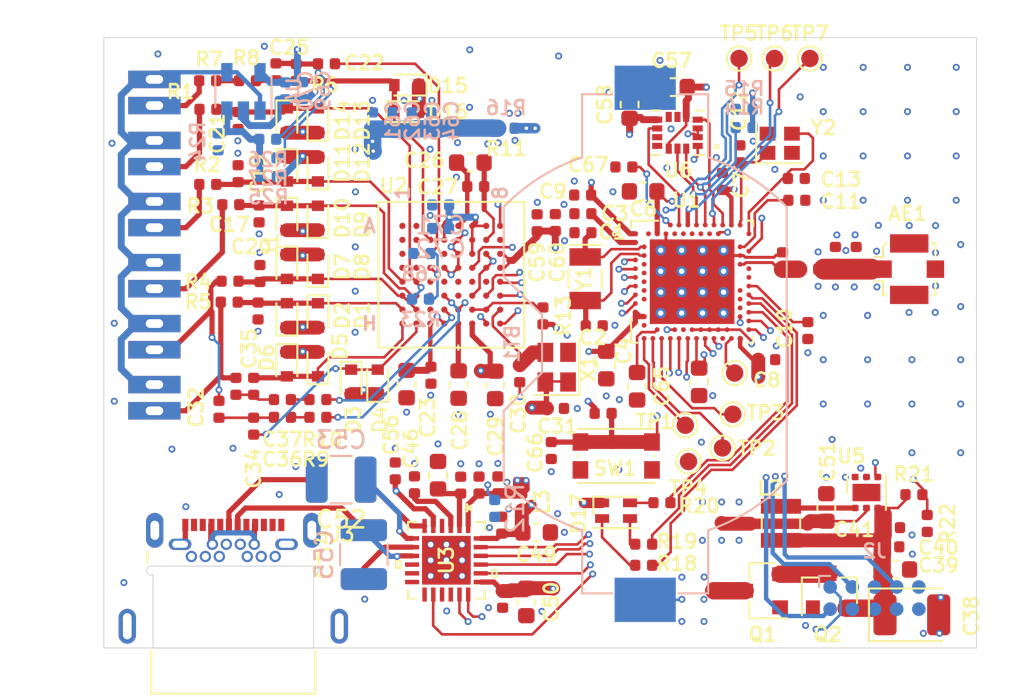
<source format=kicad_pcb>
(kicad_pcb (version 20241229) (generator "pcbnew") (generator_version "9.0")
  (layers (0 "F.Cu" signal) (4 "In1.Cu" power) (6 "In2.Cu" signal) (8 "In3.Cu" signal) (10 "In4.Cu" power) (2 "B.Cu" signal) (13 "F.Paste" user) (15 "B.Paste" user) (5 "F.SilkS" user) (7 "B.SilkS" user) (1 "F.Mask" user) (3 "B.Mask" user) (25 "Edge.Cuts" user))
  (net 0 "")
  (net 1 "Net-(AE1-Pad1)")
  (net 2 "GND")
  (net 3 "Net-(C1-Pad1)")
  (net 4 "Net-(C2-Pad1)")
  (net 5 "Net-(C3-Pad2)")
  (net 6 "Net-(C6-Pad2)")
  (net 7 "Net-(C10-Pad1)")
  (net 8 "Net-(C11-Pad1)")
  (net 9 "Net-(C12-Pad1)")
  (net 10 "Net-(C13-Pad1)")
  (net 11 "Net-(C14-Pad1)")
  (net 12 "Net-(C17-Pad1)")
  (net 13 "Net-(C18-Pad2)")
  (net 14 "Net-(C19-Pad1)")
  (net 15 "Net-(C20-Pad2)")
  (net 16 "Net-(C21-Pad1)")
  (net 17 "Net-(C22-Pad2)")
  (net 18 "Net-(C22-Pad1)")
  (net 19 "Net-(C23-Pad2)")
  (net 20 "Net-(C26-Pad1)")
  (net 21 "Net-(C28-Pad1)")
  (net 22 "Net-(C30-Pad1)")
  (net 23 "Net-(R7-Pad2)")
  (net 24 "Net-(C25-Pad2)")
  (net 25 "/Host MCU/~{ADS_DRDY}")
  (net 26 "/ECG ADS1294R/MISO")
  (net 27 "/ECG ADS1294R/~{ADS_CS}")
  (net 28 "/ECG ADS1294R/CLK")
  (net 29 "/ECG ADS1294R/MOSI")
  (net 30 "Net-(C32-Pad2)")
  (net 31 "Net-(C33-Pad2)")
  (net 32 "Net-(C34-Pad1)")
  (net 33 "Net-(C35-Pad1)")
  (net 34 "Net-(C36-Pad2)")
  (net 35 "Net-(C37-Pad2)")
  (net 36 "Net-(R9-Pad1)")
  (net 37 "Net-(R10-Pad1)")
  (net 38 "~{RESET}")
  (net 39 "SWDCLK")
  (net 40 "SWDIO")
  (net 41 "/ECG ADS1294R/AVDD")
  (net 42 "GNDA")
  (net 43 "Net-(BT1-Pad1)")
  (net 44 "Net-(Q1-Pad2)")
  (net 45 "Net-(C43-Pad1)")
  (net 46 "Net-(C46-Pad1)")
  (net 47 "/ECG ADS1294R/DIODE_REF")
  (net 48 "Net-(U1-PadA10)")
  (net 49 "Net-(U1-PadA20)")
  (net 50 "Net-(L2-Pad2)")
  (net 51 "Net-(C52-Pad2)")
  (net 52 "Net-(C52-Pad1)")
  (net 53 "Net-(C53-Pad1)")
  (net 54 "Net-(C54-Pad2)")
  (net 55 "Net-(C54-Pad1)")
  (net 56 "Net-(C55-Pad1)")
  (net 57 "Net-(C56-Pad1)")
  (net 58 "Net-(J3-PadS3)")
  (net 59 "/Audio/BCLK")
  (net 60 "/Audio/FSYNC")
  (net 61 "/Host MCU/SDATA")
  (net 62 "/Host MCU/AUDIO_SHDNZ")
  (net 63 "/Host MCU/AUDIO_GPIO1")
  (net 64 "/Audio/AVDD")
  (net 65 "/Audio/SCL")
  (net 66 "/Audio/SDA")
  (net 67 "Net-(R13-Pad1)")
  (net 68 "/Host MCU/ADS_PWDN")
  (net 69 "Net-(J1-Pad10)")
  (net 70 "/Audio/DVDD")
  (net 71 "Net-(C65-Pad1)")
  (net 72 "~{SPI_CS}")
  (net 73 "/Host MCU/BOOST_EN_BYP")
  (net 74 "/Audio/AUDIO_AVSS")
  (net 75 "Net-(TP1-Pad1)")
  (net 76 "Net-(TP2-Pad1)")
  (net 77 "Net-(TP3-Pad1)")
  (net 78 "Net-(TP5-Pad1)")
  (net 79 "Net-(TP6-Pad1)")
  (net 80 "Net-(TP7-Pad1)")
  (net 81 "Net-(D17-Pad2)")
  (net 82 "Net-(D17-Pad4)")
  (net 83 "Net-(D17-Pad3)")
  (net 84 "Net-(R18-Pad2)")
  (net 85 "Net-(R19-Pad2)")
  (net 86 "Net-(R20-Pad2)")
  (net 87 "Net-(C66-Pad1)")
  (net 88 "/ECG ADS1294R/LA")
  (net 89 "/ECG ADS1294R/RA")
  (net 90 "/Host MCU/BAT_REF")
  (net 91 "Net-(C67-Pad2)")
  (net 92 "Net-(C68-Pad2)")
  (net 93 "/ECG ADS1294R/IN_P")
  (net 94 "/ECG ADS1294R/IN_N")
  (net 95 "/ECG ADS1294R/RL")
  (net 96 "/ECG ADS1294R/LL")
  (net 97 "Net-(R24-Pad1)")
  (footprint "Capacitor_SMD:C_0402_1005Metric" (layer "F.Cu") (at 127.455 86.19 180)
    (property "Reference" "C1")
    (property "Value" "12pF")
  )
  (footprint "Capacitor_SMD:C_0603_1608Metric" (layer "F.Cu") (at 128.79 93.78 -90)
    (property "Reference" "C4")
    (property "Value" "4.7uF")
  )
  (footprint "Capacitor_SMD:C_0603_1608Metric" (layer "F.Cu") (at 134.112 94.742 90)
    (property "Reference" "C5" (hide yes))
    (property "Value" "1uF")
  )
  (footprint "Capacitor_SMD:C_0402_1005Metric" (layer "F.Cu") (at 135.45 83.25 90)
    (property "Reference" "C7")
    (property "Value" "100nF")
  )
  (footprint "Capacitor_SMD:C_0402_1005Metric" (layer "F.Cu") (at 137.985 93.47 180)
    (property "Reference" "C8")
    (property "Value" "100nF")
  )
  (footprint "Capacitor_SMD:C_0402_1005Metric" (layer "F.Cu") (at 127.44 84.03 180)
    (property "Reference" "C9")
    (property "Value" "100nF")
  )
  (footprint "Capacitor_SMD:C_0402_1005Metric" (layer "F.Cu") (at 140.34 91.8 -90)
    (property "Reference" "C10")
    (property "Value" "820pF")
  )
  (footprint "Capacitor_SMD:C_0402_1005Metric" (layer "F.Cu") (at 139.71 84.33)
    (property "Reference" "C11")
    (property "Value" "100pF")
  )
  (footprint "Capacitor_SMD:C_0402_1005Metric" (layer "F.Cu") (at 139.68 83.08)
    (property "Reference" "C13")
    (property "Value" "8pF")
  )
  (footprint "Capacitor_SMD:C_0402_1005Metric" (layer "F.Cu") (at 138.89 87.8 90)
    (property "Reference" "C14" (hide yes))
    (property "Value" "0.8pF")
  )
  (footprint "Capacitor_SMD:C_0402_1005Metric" (layer "F.Cu") (at 143.11 87.49 90)
    (property "Reference" "C16" (hide yes))
    (property "Value" "C")
  )
  (footprint "Inductor_SMD:L_0402_1005Metric" (layer "F.Cu") (at 140.45 88.28)
    (property "Reference" "L1" (hide yes))
    (property "Value" "4.7nH")
  )
  (footprint "Crystal:Crystal_SMD_MicroCrystal_CC7V-T1A-2Pin_3.2x1.5mm" (layer "F.Cu") (at 127.58 88.83 -90)
    (property "Reference" "Y1")
    (property "Value" "32.768kHz")
  )
  (footprint "Capacitor_SMD:C_0402_1005Metric" (layer "F.Cu") (at 108.839 90.678 90)
    (property "Reference" "C18" (hide yes))
    (property "Value" "47pF")
  )
  (footprint "Capacitor_SMD:C_0402_1005Metric" (layer "F.Cu") (at 121.31 83.54 180)
    (property "Reference" "C27")
    (property "Value" "0.1uF")
  )
  (footprint "Capacitor_SMD:C_0603_1608Metric" (layer "F.Cu") (at 117.348 94.869 90)
    (property "Reference" "C24" (hide yes))
    (property "Value" "10uF")
  )
  (footprint "Capacitor_SMD:C_0402_1005Metric" (layer "F.Cu") (at 107.696 82.804 90)
    (property "Reference" "C19")
    (property "Value" "47pF")
  )
  (footprint "Capacitor_SMD:C_0402_1005Metric" (layer "F.Cu") (at 109.866 76.966 -90)
    (property "Reference" "C25")
    (property "Value" "1.5nF")
  )
  (footprint "Capacitor_SMD:C_0402_1005Metric" (layer "F.Cu") (at 108.896 85.11 -90)
    (property "Reference" "C17")
    (property "Value" "47pF")
  )
  (footprint "Capacitor_SMD:C_0402_1005Metric" (layer "F.Cu") (at 123.83 94.275 -90)
    (property "Reference" "C30")
    (property "Value" "0.01uF")
  )
  (footprint "Capacitor_SMD:C_0402_1005Metric" (layer "F.Cu") (at 108.946 88.53 -90)
    (property "Reference" "C20")
    (property "Value" "47pF")
  )
  (footprint "Capacitor_SMD:C_0603_1608Metric" (layer "F.Cu") (at 122.428 94.9175 -90)
    (property "Reference" "C29")
    (property "Value" "1uF")
  )
  (footprint "Capacitor_SMD:C_0402_1005Metric" (layer "F.Cu") (at 107.696 79.756 -90)
    (property "Reference" "C21")
    (property "Value" "47pF")
  )
  (footprint "Capacitor_SMD:C_0603_1608Metric" (layer "F.Cu") (at 120.33 94.8975 -90)
    (property "Reference" "C28")
    (property "Value" "22uF")
  )
  (footprint "Oscillator:Oscillator_SMD_SeikoEpson_SG210-4Pin_2.5x2.0mm" (layer "F.Cu") (at 125.95 93.9 90)
    (property "Reference" "X1")
    (property "Value" "SG-210STF")
  )
  (footprint "mobmon fold:ADS1294RIZXGR" (layer "F.Cu") (at 119.91 88.6)
    (property "Reference" "U2")
    (property "Value" "ADS1294R" (hide yes))
  )
  (footprint "Resistor_SMD:R_0402_1005Metric" (layer "F.Cu") (at 108.236 77.472)
    (property "Reference" "R8")
    (property "Value" "470K")
  )
  (footprint "Resistor_SMD:R_0402_1005Metric" (layer "F.Cu") (at 105.951 77.472)
    (property "Reference" "R7")
    (property "Value" "470K")
  )
  (footprint "Resistor_SMD:R_0402_1005Metric" (layer "F.Cu") (at 111.026 77.002 -90)
    (property "Reference" "R6")
    (property "Value" "1M")
  )
  (footprint "Capacitor_SMD:C_0603_1608Metric" (layer "F.Cu") (at 121 82.17 180)
    (property "Reference" "C26")
    (property "Value" "1uF")
  )
  (footprint "Resistor_SMD:R_0402_1005Metric" (layer "F.Cu") (at 107.276 84.582 180)
    (property "Reference" "R3")
    (property "Value" "44K")
  )
  (footprint "Resistor_SMD:R_0402_1005Metric" (layer "F.Cu") (at 105.966 79.112 180)
    (property "Reference" "R1")
    (property "Value" "44K")
  )
  (footprint "Resistor_SMD:R_0402_1005Metric" (layer "F.Cu") (at 105.956 83.42 180)
    (property "Reference" "R2")
    (property "Value" "44K")
  )
  (footprint "Resistor_SMD:R_0402_1005Metric" (layer "F.Cu") (at 107.188 90.17 180)
    (property "Reference" "R5")
    (property "Value" "44K")
  )
  (footprint "Capacitor_SMD:C_0402_1005Metric" (layer "F.Cu") (at 125.88 96.265)
    (property "Reference" "C31")
    (property "Value" "0.01uF")
  )
  (footprint "Capacitor_SMD:C_0402_1005Metric" (layer "F.Cu") (at 118.745 94.361 90)
    (property "Reference" "C23")
    (property "Value" "0.1uF")
  )
  (footprint "Resistor_SMD:R_0402_1005Metric" (layer "F.Cu") (at 107.231 88.97 180)
    (property "Reference" "R4")
    (property "Value" "44K")
  )
  (footprint "Capacitor_SMD:C_0402_1005Metric" (layer "F.Cu") (at 128.1 91.525)
    (property "Reference" "C2")
    (property "Value" "12pF")
  )
  (footprint "Capacitor_SMD:C_0402_1005Metric" (layer "F.Cu") (at 127.45 85.1)
    (property "Reference" "C3")
    (property "Value" "100nF")
  )
  (footprint "Crystal:Crystal_SMD_2016-4Pin_2.0x1.6mm" (layer "F.Cu") (at 138.73 81.06)
    (property "Reference" "Y2")
    (property "Value" "32Mhz")
  )
  (footprint "Capacitor_SMD:C_0402_1005Metric" (layer "F.Cu") (at 106.6 96.315 -90)
    (property "Reference" "C32")
    (property "Value" "0.1uF")
  )
  (footprint "Capacitor_SMD:C_0402_1005Metric" (layer "F.Cu") (at 107.57 94.996 -90)
    (property "Reference" "C33" (hide yes))
    (property "Value" "0.1uF")
  )
  (footprint "Capacitor_SMD:C_0402_1005Metric" (layer "F.Cu") (at 108.585 97.282 90)
    (property "Reference" "C34")
    (property "Value" "470pF")
  )
  (footprint "Capacitor_SMD:C_0402_1005Metric" (layer "F.Cu") (at 108.585 94.996 -90)
    (property "Reference" "C35")
    (property "Value" "470pF")
  )
  (footprint "Capacitor_SMD:C_0402_1005Metric" (layer "F.Cu") (at 110.236 96.774)
    (property "Reference" "C36")
    (property "Value" "2.2nF")
  )
  (footprint "Capacitor_SMD:C_0402_1005Metric" (layer "F.Cu") (at 110.236 95.758)
    (property "Reference" "C37")
    (property "Value" "2.2nF")
  )
  (footprint "Resistor_SMD:R_0402_1005Metric" (layer "F.Cu") (at 112.268 95.758 180)
    (property "Reference" "R10")
    (property "Value" "40.2K")
  )
  (footprint "Capacitor_SMD:C_0402_1005Metric" (layer "F.Cu") (at 112.756 76.502 180)
    (property "Reference" "C22")
    (property "Value" "15pF")
  )
  (footprint "Resistor_SMD:R_0402_1005Metric" (layer "F.Cu") (at 123.055 80.2 180)
    (property "Reference" "R11")
    (property "Value" "0E")
  )
  (footprint "Package_TO_SOT_SMD:SOT-23" (layer "F.Cu") (at 141.58 106.72 90)
    (property "Reference" "Q2")
    (property "Value" "Q_PMOS_GSD")
  )
  (footprint "Package_TO_SOT_SMD:SOT-23" (layer "F.Cu") (at 137.75 106.72 180)
    (property "Reference" "Q1")
    (property "Value" "Q_PMOS_GSD")
  )
  (footprint "Diode_SMD:D_SOD-523" (layer "F.Cu") (at 112.268 90.932 -90)
    (property "Reference" "D1")
    (property "Value" "D_Zener")
  )
  (footprint "Diode_SMD:D_SOD-523" (layer "F.Cu") (at 110.49 90.932 90)
    (property "Reference" "D2")
    (property "Value" "D_Zener")
  )
  (footprint "Diode_SMD:D_SOD-523" (layer "F.Cu") (at 114.173 94.742 -90)
    (property "Reference" "D3")
    (property "Value" "D_Zener")
  )
  (footprint "Diode_SMD:D_SOD-523" (layer "F.Cu") (at 115.697 94.742 90)
    (property "Reference" "D4")
    (property "Value" "D_Zener")
  )
  (footprint "Diode_SMD:D_SOD-523" (layer "F.Cu") (at 110.49 93.726 -90)
    (property "Reference" "D6")
    (property "Value" "D_Zener")
  )
  (footprint "Diode_SMD:D_SOD-523" (layer "F.Cu") (at 112.268 88.138 90)
    (property "Reference" "D8")
    (property "Value" "D_Zener")
  )
  (footprint "Diode_SMD:D_SOD-523" (layer "F.Cu") (at 112.268 85.344 90)
    (property "Reference" "D9")
    (property "Value" "D_Zener")
  )
  (footprint "Diode_SMD:D_SOD-523" (layer "F.Cu") (at 110.49 85.344 -90)
    (property "Reference" "D10")
    (property "Value" "D_Zener")
  )
  (footprint "Diode_SMD:D_SOD-523" (layer "F.Cu") (at 110.49 82.55 -90)
    (property "Reference" "D11")
    (property "Value" "D_Zener")
  )
  (footprint "Diode_SMD:D_SOD-523" (layer "F.Cu") (at 112.268 82.55 90)
    (property "Reference" "D12")
    (property "Value" "D_Zener")
  )
  (footprint "Diode_SMD:D_SOD-523" (layer "F.Cu") (at 110.49 79.756 -90)
    (property "Reference" "D14")
    (property "Value" "D_Zener")
  )
  (footprint "Diode_SMD:D_SOD-523" (layer "F.Cu") (at 110.49 88.138 -90)
    (property "Reference" "D7")
    (property "Value" "D_Zener")
  )
  (footprint "Capacitor_SMD:C_0603_1608Metric" (layer "F.Cu") (at 145.3825 105.5)
    (property "Reference" "C39")
    (property "Value" "10uF")
  )
  (footprint "Capacitor_SMD:C_0402_1005Metric" (layer "F.Cu") (at 136.45 81.665 90)
    (property "Reference" "C12")
    (property "Value" "8pF")
  )
  (footprint "Capacitor_SMD:C_0402_1005Metric" (layer "F.Cu") (at 145.095 104.2)
    (property "Reference" "C40")
    (property "Value" "1uF")
  )
  (footprint "Capacitor_SMD:C_0402_1005Metric" (layer "F.Cu") (at 145.135 103.1)
    (property "Reference" "C41")
    (property "Value" "0.1uF")
  )
  (footprint "Capacitor_Tantalum_SMD:CP_EIA-3528-12_Kemet-T" (layer "F.Cu") (at 146.3 108.1)
    (property "Reference" "C38")
    (property "Value" "150uF")
  )
  (footprint "Diode_SMD:D_SOD-523" (layer "F.Cu") (at 112.268 79.756 90)
    (property "Reference" "D13")
    (property "Value" "D_Zener")
  )
  (footprint "Resistor_SMD:R_0402_1005Metric" (layer "F.Cu") (at 112.268 96.774 180)
    (property "Reference" "R9")
    (property "Value" "40.2K")
  )
  (footprint "Diode_SMD:D_SOD-523" (layer "F.Cu") (at 112.268 93.726 90)
    (property "Reference" "D5")
    (property "Value" "D_Zener")
  )
  (footprint "Capacitor_SMD:C_0603_1608Metric" (layer "F.Cu") (at 130.9025 83.82)
    (property "Reference" "C6")
    (property "Value" "1uF")
  )
  (footprint "Capacitor_SMD:C_0402_1005Metric" (layer "F.Cu") (at 121.5 100.66 90)
    (property "Reference" "C42" (hide yes))
    (property "Value" "1uF")
  )
  (footprint "Capacitor_SMD:C_0402_1005Metric" (layer "F.Cu") (at 122.58 100.65 90)
    (property "Reference" "C44" (hide yes))
    (property "Value" "0.1uF")
  )
  (footprint "Capacitor_SMD:C_0402_1005Metric" (layer "F.Cu") (at 120.45 100.665 90)
    (property "Reference" "C45" (hide yes))
    (property "Value" "0.1uF")
  )
  (footprint "Capacitor_SMD:C_0402_1005Metric" (layer "F.Cu") (at 117.8 100.645 90)
    (property "Reference" "C46")
    (property "Value" "1uF")
  )
  (footprint "Capacitor_SMD:C_0402_1005Metric" (layer "F.Cu") (at 122.8 102.96 90)
    (property "Reference" "C47" (hide yes))
    (property "Value" "0.1uF")
  )
  (footprint "Capacitor_SMD:C_0402_1005Metric" (layer "F.Cu") (at 122.85 107.21 -90)
    (property "Reference" "C48" (hide yes))
    (property "Value" "0.1uF")
  )
  (footprint "Capacitor_SMD:C_0603_1608Metric" (layer "F.Cu") (at 124.8 103.378)
    (property "Reference" "C49")
    (property "Value" "10uF")
  )
  (footprint "Inductor_SMD:L_Wuerth_MAPI-2510" (layer "F.Cu") (at 138.8 102.855 90)
    (property "Reference" "L2")
    (property "Value" "3.3uH")
  )
  (footprint "Package_SON:WSON-6-1EP_2x2mm_P0.65mm_EP1x1.6mm" (layer "F.Cu") (at 143.7 101.0875 90)
    (property "Reference" "U5")
    (property "Value" "TPS61291")
  )
  (footprint "mobmon fold:PQFN50P250X300X100-14N_BMX160" (layer "F.Cu") (at 132.87 80.46 180)
    (property "Reference" "U6")
    (property "Value" "BMX160")
  )
  (footprint "Capacitor_SMD:C_0402_1005Metric" (layer "F.Cu") (at 116.7 99.85 90)
    (property "Reference" "C56")
    (property "Value" "1uF")
  )
  (footprint "Capacitor_SMD:C_0603_1608Metric" (layer "F.Cu") (at 141.4 101.9425 90)
    (property "Reference" "C51")
    (property "Value" "22uF")
  )
  (footprint "mobmon fold:TLV320ADC6140IRTWR" (layer "F.Cu") (at 119.63 104.97 -90)
    (property "Reference" "U3")
    (property "Value" "TLV320ADC6140IRTWR" (hide yes))
  )
  (footprint "Capacitor_SMD:C_0603_1608Metric" (layer "F.Cu") (at 132.64 77.84 180)
    (property "Reference" "C57")
    (property "Value" "0.1uF")
  )
  (footprint "Capacitor_SMD:C_0603_1608Metric" (layer "F.Cu") (at 130.13 78.84 90)
    (property "Reference" "C58")
    (property "Value" "0.1uF")
  )
  (footprint "Capacitor_SMD:C_0603_1608Metric" (layer "F.Cu") (at 119.15 100.0925 90)
    (property "Reference" "C43" (hide yes))
    (property "Value" "10uF")
  )
  (footprint "Resistor_SMD:R_0402_1005Metric" (layer "F.Cu") (at 125.16 90.96 -90)
    (property "Reference" "R13")
    (property "Value" "10K")
  )
  (footprint "Diode_SMD:D_SOD-523" (layer "F.Cu") (at 117.348 77.724 180)
    (property "Reference" "D15")
    (property "Value" "D_Zener")
  )
  (footprint "Diode_SMD:D_SOD-523" (layer "F.Cu") (at 117.348 79.248)
    (property "Reference" "D16")
    (property "Value" "D_Zener")
  )
  (footprint "mobmon fold:ECG_Connector" (layer "F.Cu") (at 102.9 86.9 90)
    (property "Reference" "J1")
    (property "Value" "Conn_01x06")
  )
  (footprint "Capacitor_SMD:C_0402_1005Metric" (layer "F.Cu") (at 124.83 85.62 90)
    (property "Reference" "C59")
    (property "Value" "0.1uF")
  )
  (footprint "Capacitor_SMD:C_0402_1005Metric" (layer "F.Cu") (at 125.87 85.61 90)
    (property "Reference" "C60")
    (property "Value" "1uF")
  )
  (footprint "Inductor_SMD:L_0402_1005Metric" (layer "F.Cu") (at 123.952 101.623 -90)
    (property "Reference" "L3")
    (property "Value" "L")
  )
  (footprint "Capacitor_SMD:C_0603_1608Metric" (layer "F.Cu") (at 124.21 107.36 -90)
    (property "Reference" "C50")
    (property "Value" "10uF")
  )
  (footprint "Capacitor_SMD:C_0603_1608Metric" (layer "F.Cu") (at 130.556 94.996 -90)
    (property "Reference" "C65")
    (property "Value" "4.7uF")
  )
  (footprint "TestPoint:TestPoint_Pad_D1.0mm" (layer "F.Cu") (at 133.32 97.23)
    (property "Reference" "TP1")
    (property "Value" "TestPoint")
  )
  (footprint "TestPoint:TestPoint_Pad_D1.0mm" (layer "F.Cu") (at 135.45 98.53)
    (property "Reference" "TP2")
    (property "Value" "TestPoint")
  )
  (footprint "TestPoint:TestPoint_Pad_D1.0mm" (layer "F.Cu") (at 133.5 99.31)
    (property "Reference" "TP4")
    (property "Value" "TestPoint")
  )
  (footprint "TestPoint:TestPoint_Pad_D1.0mm" (layer "F.Cu") (at 136.398 76.2)
    (property "Reference" "TP5")
    (property "Value" "TestPoint")
  )
  (footprint "TestPoint:TestPoint_Pad_D1.0mm" (layer "F.Cu") (at 138.43 76.2)
    (property "Reference" "TP6")
    (property "Value" "TestPoint")
  )
  (footprint "TestPoint:TestPoint_Pad_D1.0mm" (layer "F.Cu") (at 140.462 76.2)
    (property "Reference" "TP7")
    (property "Value" "TestPoint")
  )
  (footprint "TestPoint:TestPoint_Pad_D1.0mm" (layer "F.Cu") (at 136.144 94.234)
    (property "Reference" "TP8" (hide yes))
    (property "Value" "TestPoint")
  )
  (footprint "mobmon fold:150066M173000" (layer "F.Cu") (at 129.35 102.13)
    (property "Reference" "D17")
    (property "Value" "LED_ARGB")
  )
  (footprint "Resistor_SMD:R_0402_1005Metric" (layer "F.Cu") (at 128.61 96.55)
    (property "Reference" "R17" (hide yes))
    (property "Value" "4.7K")
  )
  (footprint "Resistor_SMD:R_0402_1005Metric" (layer "F.Cu") (at 130.935 105.26)
    (property "Reference" "R18")
    (property "Value" "500E")
  )
  (footprint "Resistor_SMD:R_0402_1005Metric" (layer "F.Cu") (at 130.935 104.05)
    (property "Reference" "R19")
    (property "Value" "500E")
  )
  (footprint "Resistor_SMD:R_0402_1005Metric" (layer "F.Cu") (at 131.98 101.67)
    (property "Reference" "R20")
    (property "Value" "500E")
  )
  (footprint "mobmon fold:U.FL_Molex_MCRF_73412-0110_Vertical" (layer "F.Cu") (at 146.15 88.28 -90)
    (property "Reference" "AE1")
    (property "Value" "Antenna_Shield")
  )
  (footprint "Button_Switch_SMD:SW_Push_1P1T_NO_CK_KMR2" (layer "F.Cu") (at 129.36 98.99 180)
    (property "Reference" "SW1")
    (property "Value" "SW_Push")
  )
  (footprint "mobmon fold:632723130112" (layer "F.Cu") (at 107.42 107.52)
    (property "Reference" "J3")
    (property "Value" "632723130112")
    (fp_line (start -4.8 -2.215) (end 4.7 -2.215) (stroke (width 0.05)) (layer "Edge.Cuts"))
    (fp_line (start -4.6 -1.715) (end -4.6 2.485) (stroke (width 0.05)) (layer "Edge.Cuts"))
    (fp_line (start -4.6 2.485) (end 4.6 2.485) (stroke (width 0.05)) (layer "Edge.Cuts"))
    (fp_line (start 4.6 -1.715) (end 4.6 2.485) (stroke (width 0.05)) (layer "Edge.Cuts"))
    (fp_arc (start -4.6 -1.715) (mid -4.95 -1.865) (end -4.8 -2.215) (stroke (width 0.05)) (layer "Edge.Cuts"))
    (fp_arc (start 4.7 -2.215) (mid 4.9 -1.915) (end 4.6 -1.715) (stroke (width 0.05)) (layer "Edge.Cuts"))
  )
  (footprint "mobmon fold:XCVR_NRF52840-QIAA-R" (layer "F.Cu") (at 133.71 89)
    (property "Reference" "U1")
    (property "Value" "nRF52840-QIAA")
  )
  (footprint "Capacitor_SMD:C_0402_1005Metric" (layer "F.Cu") (at 125.64 98.68 -90)
    (property "Reference" "C66")
    (property "Value" "0.1uF")
  )
  (footprint "Capacitor_SMD:C_0402_1005Metric" (layer "F.Cu") (at 129.8 82.42)
    (property "Reference" "C67")
    (property "Value" "1uF")
  )
  (footprint "Resistor_SMD:R_0402_1005Metric" (layer "F.Cu") (at 146.42 101.21)
    (property "Reference" "R21")
    (property "Value" "100K")
  )
  (footprint "Resistor_SMD:R_0402_1005Metric" (layer "F.Cu") (at 147.18 102.86 -90)
    (property "Reference" "R22")
    (property "Value" "100K")
  )
  (footprint "TestPoint:TestPoint_Pad_D1.0mm" (layer "F.Cu") (at 136.04 96.6)
    (property "Reference" "TP3")
    (property "Value" "TestPoint")
  )
  (footprint "Capacitor_SMD:C_1210_3225Metric" (layer "F.Cu") (at 114.9 104.65 90)
    (property "Reference" "C54")
    (property "Value" "1uF")
  )
  (footprint "Capacitor_SMD:C_1210_3225Metric" (layer "F.Cu") (at 113.6 100.35 180)
    (property "Reference" "C52")
    (property "Value" "1uF")
  )
  (footprint "Capacitor_SMD:C_0402_1005Metric" (layer "F.Cu") (at 141.92 87.49 90)
    (property "Reference" "C15" (hide yes))
    (property "Value" "0.5pF")
  )
  (footprint "Capacitor_SMD:C_1210_3225Metric" (layer "B.Cu") (at 113.6 100.35 180)
    (property "Reference" "C53")
    (property "Value" "1uF")
  )
  (footprint "Capacitor_SMD:C_1210_3225Metric" (layer "B.Cu") (at 114.9 104.65 -90)
    (property "Reference" "C55")
    (property "Value" "1uF")
  )
  (footprint "Resistor_SMD:R_0402_1005Metric" (layer "B.Cu") (at 136.69 79.11 180)
    (property "Reference" "R15")
    (property "Value" "4.7K")
  )
  (footprint "Resistor_SMD:R_0402_1005Metric" (layer "B.Cu") (at 136.69 80.16 180)
    (property "Reference" "R14")
    (property "Value" "4.7K")
  )
  (footprint "Capacitor_SMD:C_0402_1005Metric" (layer "B.Cu") (at 116.51 79.765 90)
    (property "Reference" "C62")
    (property "Value" "1uF")
  )
  (footprint "Resistor_SMD:R_0402_1005Metric" (layer "B.Cu") (at 123.055 80.2 180)
    (property "Reference" "R16")
    (property "Value" "0E")
  )
  (footprint "Capacitor_SMD:C_0402_1005Metric" (layer "B.Cu") (at 117.66 79.775 90)
    (property "Reference" "C63")
    (property "Value" "2.2uF")
  )
  (footprint "Capacitor_SMD:C_0402_1005Metric" (layer "B.Cu") (at 118.75 79.775 90)
    (property "Reference" "C64")
    (property "Value" "10uF")
  )
  (footprint "Capacitor_SMD:C_0402_1005Metric" (layer "B.Cu") (at 115.4 79.775 90)
    (property "Reference" "C61")
    (property "Value" "0.1uF")
  )
  (footprint "mobmon fold:Tag-Connect_TC2050-IDC-NL_2x05_P1.27mm_Vertical" (layer "B.Cu") (at 144.16 107.14)
    (property "Reference" "J2")
    (property "Value" "Conn_02x05_Odd_Even")
  )
  (footprint "Battery:BatteryHolder_Keystone_1058_1x2032" (layer "B.Cu") (at 131.02 92.56 90)
    (property "Reference" "BT1")
    (property "Value" "Battery_Cell")
  )
  (footprint "Capacitor_SMD:C_0402_1005Metric" (layer "B.Cu") (at 118.225 87.38)
    (property "Reference" "C68")
    (property "Value" "100pF")
  )
  (footprint "Resistor_SMD:R_0402_1005Metric" (layer "B.Cu") (at 118.145 90)
    (property "Reference" "R23")
    (property "Value" "0E")
  )
  (footprint "Capacitor_SMD:C_0402_1005Metric" (layer "B.Cu") (at 111.4 78.04 90)
    (property "Reference" "C69")
    (property "Value" "1uF")
  )
  (footprint "Capacitor_SMD:C_0402_1005Metric" (layer "B.Cu") (at 110.4 78.055 90)
    (property "Reference" "C70")
    (property "Value" "0.1uF")
  )
  (footprint "Resistor_SMD:R_0402_1005Metric" (layer "B.Cu") (at 106.55 80.98 -90)
    (property "Reference" "R24")
    (property "Value" "0E")
  )
  (footprint "Resistor_SMD:R_0402_1005Metric" (layer "B.Cu") (at 109.43 82.97)
    (property "Reference" "R25")
    (property "Value" "0E")
  )
  (footprint "Resistor_SMD:R_0402_1005Metric" (layer "B.Cu") (at 109.395 80.83)
    (property "Reference" "R26")
    (property "Value" "0E")
  )
  (footprint "Resistor_SMD:R_0402_1005Metric" (layer "B.Cu") (at 109.41 81.9)
    (property "Reference" "R27")
    (property "Value" "0E")
  )
  (footprint "Package_TO_SOT_SMD:SOT-23-5" (layer "B.Cu") (at 108 78.09 90)
    (property "Reference" "U4")
    (property "Value" "OPA333xxDBV")
  )
  (footprint "Capacitor_SMD:C_0402_1005Metric" (layer "B.Cu") (at 119.3 84.6)
    (property "Reference" "C71")
    (property "Value" "0.1uF")
  )
  (footprint "Capacitor_SMD:C_0402_1005Metric" (layer "B.Cu") (at 119.3 85.95)
    (property "Reference" "C72")
    (property "Value" "1uF")
  )
  (footprint "Resistor_SMD:R_0402_1005Metric" (layer "B.Cu") (at 122.4 102 90)
    (property "Reference" "R12")
    (property "Value" "0E")
  )
  (gr_line (start 100 110) (end 150 110) (stroke (width 0.05)) (layer "Edge.Cuts"))
  (gr_line (start 150 110) (end 150 75) (stroke (width 0.05)) (layer "Edge.Cuts"))
  (gr_line (start 150 75) (end 100 75) (stroke (width 0.05)) (layer "Edge.Cuts"))
  (gr_line (start 100 75) (end 100 110) (stroke (width 0.05)) (layer "Edge.Cuts"))
  (segment (start 143.99 88.28) (end 144.48 88.28) (width 1) (layer "F.Cu") (net 1))
  (segment (start 143.99 88.28) (end 141.26 88.28) (width 1.2) (layer "F.Cu") (net 1))
  (segment (start 121.530199 88.579801) (end 121.732201 88.377799) (width 0.15) (layer "F.Cu") (net 2))
  (segment (start 121.11 89.8) (end 121.530199 89.379801) (width 0.15) (layer "F.Cu") (net 2))
  (segment (start 134.03 80.21) (end 134.03 80.71) (width 0.15) (layer "F.Cu") (net 2))
  (segment (start 121.928 88.2) (end 122.308 87.82) (width 0.15) (layer "F.Cu") (net 2))
  (segment (start 123.83 95.58) (end 123.85 95.6) (width 0.15) (layer "F.Cu") (net 2))
  (segment (start 135.81 87.5) (end 135.51 87.2) (width 0.17) (layer "F.Cu") (net 2))
  (segment (start 136.46 87.5) (end 136.654454 87.5) (width 0.17) (layer "F.Cu") (net 2))
  (segment (start 121.91 91.32166) (end 121.59034 91.002) (width 0.15) (layer "F.Cu") (net 2))
  (segment (start 132.21 87.5) (end 133.71 89) (width 0.17) (layer "F.Cu") (net 2))
  (segment (start 136.753955 87.599501) (end 138.400499 87.599501) (width 0.17) (layer "F.Cu") (net 2))
  (segment (start 121.530199 89.379801) (end 121.530199 88.579801) (width 0.15) (layer "F.Cu") (net 2))
  (segment (start 138.400499 87.599501) (end 138.52 87.48) (width 0.17) (layer "F.Cu") (net 2))
  (segment (start 138.52 87.48) (end 138.72 87.48) (width 0.17) (layer "F.Cu") (net 2))
  (segment (start 136.46 87.5) (end 135.81 87.5) (width 0.17) (layer "F.Cu") (net 2))
  (segment (start 121.91 87.422) (end 122.308 87.82) (width 0.15) (layer "F.Cu") (net 2))
  (segment (start 121.11 89.8) (end 121.14 89.8) (width 0.15) (layer "F.Cu") (net 2))
  (segment (start 121.91 88.2) (end 121.928 88.2) (width 0.15) (layer "F.Cu") (net 2))
  (segment (start 133.47 80.52) (end 133.84 80.52) (width 0.15) (layer "F.Cu") (net 2))
  (segment (start 133.84 80.52) (end 134.03 80.71) (width 0.15) (layer "F.Cu") (net 2))
  (segment (start 121.91 87.4) (end 121.91 87.422) (width 0.15) (layer "F.Cu") (net 2))
  (segment (start 132.21 86.25) (end 132.21 87.5) (width 0.17) (layer "F.Cu") (net 2))
  (segment (start 136.654454 87.5) (end 136.753955 87.599501) (width 0.17) (layer "F.Cu") (net 2))
  (segment (start 121.91 91.4) (end 121.91 91.32166) (width 0.15) (layer "F.Cu") (net 2))
  (segment (start 123.83 94.76) (end 123.83 95.58) (width 0.15) (layer "F.Cu") (net 2))
  (segment (start 121.732201 88.377799) (end 121.91 88.2) (width 0.15) (layer "F.Cu") (net 2))
  (via (at 123.73 79.34) (size 0.4) (drill 0.2) (layers "F.Cu" "B.Cu") (net 2))
  (via (at 126.06 76.06) (size 0.4) (drill 0.2) (layers "F.Cu" "B.Cu") (net 2))
  (via (at 123.56 80.9) (size 0.4) (drill 0.2) (layers "F.Cu" "B.Cu") (net 2))
  (via (at 120.96 79) (size 0.4) (drill 0.2) (layers "F.Cu" "B.Cu") (net 2))
  (via (at 126.55 92.06) (size 0.4) (drill 0.2) (layers "F.Cu" "B.Cu") (net 2))
  (via (at 129.286 91.5) (size 0.4) (drill 0.2) (layers "F.Cu" "B.Cu") (net 2))
  (via (at 134.89 95.53) (size 0.4) (drill 0.2) (layers "F.Cu" "B.Cu") (net 2))
  (via (at 129.54 95.758) (size 0.4) (drill 0.2) (layers "F.Cu" "B.Cu") (net 2))
  (via (at 128.94 78.14) (size 0.4) (drill 0.2) (layers "F.Cu" "B.Cu") (net 2))
  (via (at 131.87 76.31) (size 0.4) (drill 0.2) (layers "F.Cu" "B.Cu") (net 2))
  (via (at 126.39 103.37) (size 0.4) (drill 0.2) (layers "F.Cu" "B.Cu") (net 2))
  (via (at 127.13 96.27) (size 0.4) (drill 0.2) (layers "F.Cu" "B.Cu") (net 2))
  (via (at 122.04 107.69) (size 0.4) (drill 0.2) (layers "F.Cu" "B.Cu") (net 2))
  (via (at 125.64 99.89) (size 0.4) (drill 0.2) (layers "F.Cu" "B.Cu") (net 2))
  (via (at 146.33 104.62) (size 0.4) (drill 0.2) (layers "F.Cu" "B.Cu") (net 2))
  (via (at 147.96 107.1) (size 0.4) (drill 0.2) (layers "F.Cu" "B.Cu") (net 2))
  (via (at 146.96 109.16) (size 0.4) (drill 0.2) (layers "F.Cu" "B.Cu") (net 2))
  (via (at 147.88 109.16) (size 0.4) (drill 0.2) (layers "F.Cu" "B.Cu") (net 2))
  (via (at 141.732 98.044) (size 0.4) (drill 0.2) (layers "F.Cu" "B.Cu") (net 2))
  (via (at 141.4 100.22) (size 0.4) (drill 0.2) (layers "F.Cu" "B.Cu") (net 2))
  (via (at 142.49 100.21) (size 0.4) (drill 0.2) (layers "F.Cu" "B.Cu") (net 2))
  (via (at 143.37 99.69) (size 0.4) (drill 0.2) (layers "F.Cu" "B.Cu") (net 2))
  (via (at 138.53 92.68) (size 0.4) (drill 0.2) (layers "F.Cu" "B.Cu") (net 2))
  (via (at 132.5 80.24) (size 0.4) (drill 0.2) (layers "F.Cu" "B.Cu") (net 2))
  (via (at 138.45 82.56) (size 0.4) (drill 0.2) (layers "F.Cu" "B.Cu") (net 2))
  (via (at 137.21 80.94) (size 0.4) (drill 0.2) (layers "F.Cu" "B.Cu") (net 2))
  (via (at 129.17 83.84) (size 0.4) (drill 0.2) (layers "F.Cu" "B.Cu") (net 2))
  (via (at 126.96 83.23) (size 0.4) (drill 0.2) (layers "F.Cu" "B.Cu") (net 2))
  (via (at 124.84 84.45) (size 0.4) (drill 0.2) (layers "F.Cu" "B.Cu") (net 2))
  (via (at 126.37 84.57) (size 0.4) (drill 0.2) (layers "F.Cu" "B.Cu") (net 2))
  (via (at 126.4 86.65) (size 0.4) (drill 0.2) (layers "F.Cu" "B.Cu") (net 2))
  (via (at 120.97 75.7) (size 0.4) (drill 0.2) (layers "F.Cu" "B.Cu") (net 2))
  (via (at 123.2 102.03) (size 0.4) (drill 0.2) (layers "F.Cu" "B.Cu") (net 2))
  (via (at 143.05 86.31) (size 0.4) (drill 0.2) (layers "F.Cu" "B.Cu") (net 2))
  (via (at 144.38 85.77) (size 0.4) (drill 0.2) (layers "F.Cu" "B.Cu") (net 2))
  (via (at 143 89.3) (size 0.4) (drill 0.2) (layers "F.Cu" "B.Cu") (net 2))
  (via (at 146.15 85.78) (size 0.4) (drill 0.2) (layers "F.Cu" "B.Cu") (net 2))
  (via (at 147.66 87.34) (size 0.4) (drill 0.2) (layers "F.Cu" "B.Cu") (net 2))
  (via (at 147.66 89.24) (size 0.4) (drill 0.2) (layers "F.Cu" "B.Cu") (net 2))
  (via (at 147.64 90.76) (size 0.4) (drill 0.2) (layers "F.Cu" "B.Cu") (net 2))
  (via (at 147.66 85.78) (size 0.4) (drill 0.2) (layers "F.Cu" "B.Cu") (net 2))
  (via (at 146.14 90.76) (size 0.4) (drill 0.2) (layers "F.Cu" "B.Cu") (net 2))
  (via (at 132.26 82.47) (size 0.4) (drill 0.2) (layers "F.Cu" "B.Cu") (net 2))
  (via (at 125.1 107.9) (size 0.4) (drill 0.2) (layers "F.Cu" "B.Cu") (net 2))
  (via (at 141.224 76.708) (size 0.4) (drill 0.2) (layers "F.Cu" "B.Cu") (net 2))
  (via (at 141.224 79.248) (size 0.4) (drill 0.2) (layers "F.Cu" "B.Cu") (net 2))
  (via (at 141.224 81.788) (size 0.4) (drill 0.2) (layers "F.Cu" "B.Cu") (net 2))
  (via (at 141.224 84.328) (size 0.4) (drill 0.2) (layers "F.Cu" "B.Cu") (net 2))
  (via (at 139.9 78.4) (size 0.4) (drill 0.2) (layers "F.Cu" "B.Cu") (net 2))
  (via (at 140.208 108.712) (size 0.4) (drill 0.2) (layers "F.Cu" "B.Cu") (net 2))
  (via (at 122.1 103.1) (size 0.4) (drill 0.2) (layers "F.Cu" "B.Cu") (net 2))
  (via (at 134.24 98.2) (size 0.4) (drill 0.2) (layers "F.Cu" "B.Cu") (net 2))
  (via (at 129.51 99.78) (size 0.4) (drill 0.2) (layers "F.Cu" "B.Cu") (net 2))
  (via (at 140.34 93.07) (size 0.4) (drill 0.2) (layers "F.Cu" "B.Cu") (net 2))
  (via (at 135.1 81.88) (size 0.4) (drill 0.2) (layers "F.Cu" "B.Cu") (net 2))
  (via (at 141.224 90.932) (size 0.4) (drill 0.2) (layers "F.Cu" "B.Cu") (net 2))
  (via (at 143.764 90.932) (size 0.4) (drill 0.2) (layers "F.Cu" "B.Cu") (net 2))
  (via (at 149.098 93.472) (size 0.4) (drill 0.2) (layers "F.Cu" "B.Cu") (net 2))
  (via (at 141.224 93.472) (size 0.4) (drill 0.2) (layers "F.Cu" "B.Cu") (net 2))
  (via (at 143.764 93.472) (size 0.4) (drill 0.2) (layers "F.Cu" "B.Cu") (net 2))
  (via (at 146.304 93.472) (size 0.4) (drill 0.2) (layers "F.Cu" "B.Cu") (net 2))
  (via (at 141.224 96.012) (size 0.4) (drill 0.2) (layers "F.Cu" "B.Cu") (net 2))
  (via (at 143.764 96.012) (size 0.4) (drill 0.2) (layers "F.Cu" "B.Cu") (net 2))
  (via (at 146.304 96.012) (size 0.4) (drill 0.2) (layers "F.Cu" "B.Cu") (net 2))
  (via (at 149.098 96.012) (size 0.4) (drill 0.2) (layers "F.Cu" "B.Cu") (net 2))
  (via (at 149.098 98.806) (size 0.4) (drill 0.2) (layers "F.Cu" "B.Cu") (net 2))
  (via (at 146.304 98.806) (size 0.4) (drill 0.2) (layers "F.Cu" "B.Cu") (net 2))
  (via (at 143.51 81.788) (size 0.4) (drill 0.2) (layers "F.Cu" "B.Cu") (net 2))
  (via (at 148.844 84.328) (size 0.4) (drill 0.2) (layers "F.Cu" "B.Cu") (net 2))
  (via (at 146.05 84.328) (size 0.4) (drill 0.2) (layers "F.Cu" "B.Cu") (net 2))
  (via (at 143.51 84.328) (size 0.4) (drill 0.2) (layers "F.Cu" "B.Cu") (net 2))
  (via (at 148.844 81.788) (size 0.4) (drill 0.2) (layers "F.Cu" "B.Cu") (net 2))
  (via (at 146.05 81.788) (size 0.4) (drill 0.2) (layers "F.Cu" "B.Cu") (net 2))
  (via (at 146.05 79.248) (size 0.4) (drill 0.2) (layers "F.Cu" "B.Cu") (net 2))
  (via (at 148.844 79.248) (size 0.4) (drill 0.2) (layers "F.Cu" "B.Cu") (net 2))
  (via (at 143.51 79.248) (size 0.4) (drill 0.2) (layers "F.Cu" "B.Cu") (net 2))
  (via (at 148.844 76.708) (size 0.4) (drill 0.2) (layers "F.Cu" "B.Cu") (net 2))
  (via (at 146.05 76.708) (size 0.4) (drill 0.2) (layers "F.Cu" "B.Cu") (net 2))
  (via (at 143.51 76.708) (size 0.4) (drill 0.2) (layers "F.Cu" "B.Cu") (net 2))
  (via (at 149.098 90.424) (size 0.4) (drill 0.2) (layers "F.Cu" "B.Cu") (net 2))
  (via (at 149.098 86.868) (size 0.4) (drill 0.2) (layers "F.Cu" "B.Cu") (net 2))
  (via (at 144.3 89.3) (size 0.4) (drill 0.2) (layers "F.Cu" "B.Cu") (net 2))
  (via (at 144.28 87.25) (size 0.4) (drill 0.2) (layers "F.Cu" "B.Cu") (net 2))
  (via (at 141.92 89.3) (size 0.4) (drill 0.2) (layers "F.Cu" "B.Cu") (net 2))
  (via (at 142 86.32) (size 0.4) (drill 0.2) (layers "F.Cu" "B.Cu") (net 2))
  (via (at 140.93 87.29) (size 0.4) (drill 0.2) (layers "F.Cu" "B.Cu") (net 2))
  (via (at 140.93 89.26) (size 0.4) (drill 0.2) (layers "F.Cu" "B.Cu") (net 2))
  (via (at 142.52 87.21) (size 0.4) (drill 0.2) (layers "F.Cu" "B.Cu") (net 2))
  (via (at 133.47 80.52) (size 0.4) (drill 0.2) (layers "F.Cu" "B.Cu") (net 2))
  (via (at 146.31 103.52) (size 0.4) (drill 0.2) (layers "F.Cu" "B.Cu") (net 2))
  (via (at 126 102.3) (size 0.4) (drill 0.2) (layers "F.Cu" "B.Cu") (net 2))
  (via (at 128.79 95.55) (size 0.4) (drill 0.2) (layers "F.Cu" "B.Cu") (net 2))
  (via (at 122.308 87.82) (size 0.4) (drill 0.2) (layers "F.Cu" "B.Cu") (net 2))
  (via (at 121.59034 91.002) (size 0.4) (drill 0.2) (layers "F.Cu" "B.Cu") (net 2))
  (via (at 119.65 107.88) (size 0.4) (drill 0.2) (layers "F.Cu" "B.Cu") (net 2))
  (via (at 123.24 79.34) (size 0.4) (drill 0.2) (layers "F.Cu" "B.Cu") (net 2))
  (via (at 123.85 95.6) (size 0.4) (drill 0.2) (layers "F.Cu" "B.Cu") (net 2))
  (segment (start 127.58 87.58) (end 127.58 86.55) (width 0.3) (layer "F.Cu") (net 3))
  (segment (start 130.632057 87.133489) (end 129.076511 87.133489) (width 0.15) (layer "F.Cu") (net 3))
  (segment (start 128.63 87.58) (end 127.58 87.58) (width 0.15) (layer "F.Cu") (net 3))
  (segment (start 130.765546 87) (end 130.632057 87.133489) (width 0.15) (layer "F.Cu") (net 3))
  (segment (start 129.076511 87.133489) (end 128.63 87.58) (width 0.15) (layer "F.Cu") (net 3))
  (segment (start 127.58 86.55) (end 127.94 86.19) (width 0.3) (layer "F.Cu") (net 3))
  (segment (start 130.96 87) (end 130.765546 87) (width 0.15) (layer "F.Cu") (net 3))
  (segment (start 129.599501 87.410499) (end 129.08 87.93) (width 0.15) (layer "F.Cu") (net 4))
  (segment (start 130.96 87.5) (end 130.712462 87.5) (width 0.15) (layer "F.Cu") (net 4))
  (segment (start 130.622961 87.410499) (end 129.599501 87.410499) (width 0.15) (layer "F.Cu") (net 4))
  (segment (start 129.08 87.93) (end 129.08 89.63) (width 0.15) (layer "F.Cu") (net 4))
  (segment (start 127.615 91.66) (end 127.615 90.115) (width 0.3) (layer "F.Cu") (net 4))
  (segment (start 129.08 89.63) (end 128.63 90.08) (width 0.15) (layer "F.Cu") (net 4))
  (segment (start 127.615 90.115) (end 127.58 90.08) (width 0.3) (layer "F.Cu") (net 4))
  (segment (start 128.63 90.08) (end 127.58 90.08) (width 0.15) (layer "F.Cu") (net 4))
  (segment (start 130.712462 87.5) (end 130.622961 87.410499) (width 0.15) (layer "F.Cu") (net 4))
  (segment (start 129.585 86.75) (end 127.935 85.1) (width 0.3) (layer "F.Cu") (net 5))
  (segment (start 130.46 86.75) (end 129.585 86.75) (width 0.3) (layer "F.Cu") (net 5))
  (segment (start 137.701501 86.508499) (end 137.701501 85.350132) (width 0.15) (layer "F.Cu") (net 6))
  (segment (start 132.558 84.39) (end 132.26 84.39) (width 0.15) (layer "F.Cu") (net 6))
  (segment (start 131.71 86.25) (end 131.71 83.84) (width 0.3) (layer "F.Cu") (net 6))
  (segment (start 132.26 84.39) (end 131.69 83.82) (width 0.15) (layer "F.Cu") (net 6))
  (segment (start 136.96 87.25) (end 137.701501 86.508499) (width 0.15) (layer "F.Cu") (net 6))
  (segment (start 131.71 83.84) (end 131.69 83.82) (width 0.3) (layer "F.Cu") (net 6))
  (via (at 137.701501 85.350132) (size 0.4) (drill 0.2) (layers "F.Cu" "B.Cu") (net 6))
  (via (at 132.558 84.39) (size 0.4) (drill 0.2) (layers "F.Cu" "B.Cu") (net 6))
  (segment (start 137.420213 89.25) (end 136.96 89.25) (width 0.15) (layer "F.Cu") (net 7))
  (segment (start 140.34 91.315) (end 139.485213 91.315) (width 0.15) (layer "F.Cu") (net 7))
  (segment (start 139.485213 91.315) (end 137.420213 89.25) (width 0.15) (layer "F.Cu") (net 7))
  (segment (start 137.299501 85.072249) (end 138.04175 84.33) (width 0.15) (layer "F.Cu") (net 8))
  (segment (start 136.46 87) (end 136.712462 87) (width 0.15) (layer "F.Cu") (net 8))
  (segment (start 136.712462 87) (end 137.299501 86.412961) (width 0.15) (layer "F.Cu") (net 8))
  (segment (start 138.04175 84.33) (end 139.225 84.33) (width 0.15) (layer "F.Cu") (net 8))
  (segment (start 137.299501 86.412961) (end 137.299501 85.072249) (width 0.15) (layer "F.Cu") (net 8))
  (segment (start 137.49 82.15) (end 138.03 81.61) (width 0.15) (layer "F.Cu") (net 9))
  (segment (start 136.46 85.75) (end 136.46 85.555546) (width 0.15) (layer "F.Cu") (net 9))
  (segment (start 136.45 82.15) (end 137.49 82.15) (width 0.15) (layer "F.Cu") (net 9))
  (segment (start 136.45 82.15) (end 136.77 82.15) (width 0.15) (layer "F.Cu") (net 9))
  (segment (start 136.522001 85.493545) (end 136.522001 82.517001) (width 0.15) (layer "F.Cu") (net 9))
  (segment (start 136.46 82.16) (end 136.45 82.15) (width 0.15) (layer "F.Cu") (net 9))
  (segment (start 136.46 85.555546) (end 136.522001 85.493545) (width 0.15) (layer "F.Cu") (net 9))
  (segment (start 136.45 82.445) (end 136.45 82.15) (width 0.15) (layer "F.Cu") (net 9))
  (segment (start 136.522001 82.517001) (end 136.45 82.445) (width 0.15) (layer "F.Cu") (net 9))
  (segment (start 140.38 80.51) (end 140.63 80.76) (width 0.15) (layer "F.Cu") (net 10))
  (segment (start 136.96 85.02) (end 138.9 83.08) (width 0.15) (layer "F.Cu") (net 10))
  (segment (start 136.96 86.25) (end 136.96 85.02) (width 0.15) (layer "F.Cu") (net 10))
  (segment (start 139.195 82.76) (end 139.195 83.08) (width 0.15) (layer "F.Cu") (net 10))
  (segment (start 139.39701 82.55799) (end 139.195 82.76) (width 0.15) (layer "F.Cu") (net 10))
  (segment (start 140.63 82.06) (end 140.13201 82.55799) (width 0.15) (layer "F.Cu") (net 10))
  (segment (start 138.9 83.08) (end 139.195 83.08) (width 0.15) (layer "F.Cu") (net 10))
  (segment (start 140.13201 82.55799) (end 139.39701 82.55799) (width 0.15) (layer "F.Cu") (net 10))
  (segment (start 140.63 80.76) (end 140.63 82.06) (width 0.15) (layer "F.Cu") (net 10))
  (segment (start 139.43 80.51) (end 140.38 80.51) (width 0.15) (layer "F.Cu") (net 10))
  (segment (start 138.52 88.12) (end 138.72 88.12) (width 0.17) (layer "F.Cu") (net 11))
  (segment (start 138.89 88.285) (end 139.80799 88.285) (width 1) (layer "F.Cu") (net 11))
  (segment (start 136.792239 87.900499) (end 138.300499 87.900499) (width 0.17) (layer "F.Cu") (net 11))
  (segment (start 138.300499 87.900499) (end 138.52 88.12) (width 0.17) (layer "F.Cu") (net 11))
  (segment (start 136.46 88) (end 136.692738 88) (width 0.17) (layer "F.Cu") (net 11))
  (segment (start 136.692738 88) (end 136.792239 87.900499) (width 0.17) (layer "F.Cu") (net 11))
  (segment (start 107.804 84.625) (end 107.761 84.582) (width 0.3) (layer "F.Cu") (net 12))
  (segment (start 108.685 84.836) (end 108.896 84.625) (width 0.15) (layer "F.Cu") (net 12))
  (segment (start 117.91 89.8) (end 117.658553 89.8) (width 0.15) (layer "F.Cu") (net 12))
  (segment (start 117.238354 89.379801) (end 116.927695 89.379801) (width 0.15) (layer "F.Cu") (net 12))
  (segment (start 112.268 84.644) (end 110.49 84.644) (width 0.3) (layer "F.Cu") (net 12))
  (segment (start 113.092 84.644) (end 112.268 84.644) (width 0.15) (layer "F.Cu") (net 12))
  (segment (start 112.768 84.644) (end 112.787 84.625) (width 0.15) (layer "F.Cu") (net 12))
  (segment (start 110.49 84.644) (end 108.915 84.644) (width 0.3) (layer "F.Cu") (net 12))
  (segment (start 117.658553 89.8) (end 117.238354 89.379801) (width 0.15) (layer "F.Cu") (net 12))
  (segment (start 108.896 84.625) (end 107.804 84.625) (width 0.3) (layer "F.Cu") (net 12))
  (segment (start 108.915 84.644) (end 108.896 84.625) (width 0.3) (layer "F.Cu") (net 12))
  (segment (start 116.05499 85.06699) (end 115.632 84.644) (width 0.15) (layer "F.Cu") (net 12))
  (segment (start 115.632 84.644) (end 112.268 84.644) (width 0.15) (layer "F.Cu") (net 12))
  (segment (start 116.927695 89.379801) (end 116.05499 88.507096) (width 0.15) (layer "F.Cu") (net 12))
  (segment (start 116.05499 88.507096) (end 116.05499 85.06699) (width 0.15) (layer "F.Cu") (net 12))
  (segment (start 110.49 90.232) (end 108.878 90.232) (width 0.3) (layer "F.Cu") (net 13))
  (segment (start 112.268 90.232) (end 110.49 90.232) (width 0.3) (layer "F.Cu") (net 13))
  (segment (start 108.878 90.232) (end 108.839 90.193) (width 0.3) (layer "F.Cu") (net 13))
  (segment (start 112.268 90.232) (end 116.742 90.232) (width 0.15) (layer "F.Cu") (net 13))
  (segment (start 116.742 90.232) (end 117.11 90.6) (width 0.15) (layer "F.Cu") (net 13))
  (segment (start 107.696 90.193) (end 107.673 90.17) (width 0.3) (layer "F.Cu") (net 13))
  (segment (start 109.005 90.232) (end 108.966 90.193) (width 0.15) (layer "F.Cu") (net 13))
  (segment (start 108.839 90.193) (end 107.696 90.193) (width 0.3) (layer "F.Cu") (net 13))
  (segment (start 110.49 83.25) (end 112.268 83.25) (width 0.3) (layer "F.Cu") (net 14))
  (segment (start 115.254 83.25) (end 112.268 83.25) (width 0.15) (layer "F.Cu") (net 14))
  (segment (start 110.451 83.289) (end 110.49 83.25) (width 0.3) (layer "F.Cu") (net 14))
  (segment (start 116.332 88.222) (end 116.332 84.328) (width 0.15) (layer "F.Cu") (net 14))
  (segment (start 107.696 83.289) (end 110.451 83.289) (width 0.3) (layer "F.Cu") (net 14))
  (segment (start 117.11 89) (end 116.332 88.222) (width 0.15) (layer "F.Cu") (net 14))
  (segment (start 106.441 83.42) (end 107.611 83.42) (width 0.3) (layer "F.Cu") (net 14))
  (segment (start 116.332 84.328) (end 115.254 83.25) (width 0.15) (layer "F.Cu") (net 14))
  (segment (start 107.611 83.42) (end 107.636 83.395) (width 0.3) (layer "F.Cu") (net 14))
  (segment (start 117.91 90.6) (end 117.11 89.8) (width 0.15) (layer "F.Cu") (net 15))
  (segment (start 110.49 88.838) (end 112.268 88.838) (width 0.3) (layer "F.Cu") (net 15))
  (segment (start 108.946 89.015) (end 107.761 89.015) (width 0.3) (layer "F.Cu") (net 15))
  (segment (start 109.123 88.838) (end 108.946 89.015) (width 0.3) (layer "F.Cu") (net 15))
  (segment (start 112.268 88.838) (end 115.896553 88.838) (width 0.15) (layer "F.Cu") (net 15))
  (segment (start 115.896553 88.838) (end 116.858553 89.8) (width 0.15) (layer "F.Cu") (net 15))
  (segment (start 107.761 89.015) (end 107.716 88.97) (width 0.3) (layer "F.Cu") (net 15))
  (segment (start 116.858553 89.8) (end 117.11 89.8) (width 0.15) (layer "F.Cu") (net 15))
  (segment (start 110.49 88.838) (end 109.123 88.838) (width 0.3) (layer "F.Cu") (net 15))
  (segment (start 117.91 89) (end 117.91 88.969862) (width 0.15) (layer "F.Cu") (net 16))
  (segment (start 110.49 79.056) (end 112.268 79.056) (width 0.3) (layer "F.Cu") (net 16))
  (segment (start 117.91 89) (end 117.91 89.06) (width 0.15) (layer "F.Cu") (net 16))
  (segment (start 106.476 79.137) (end 106.451 79.112) (width 0.3) (layer "F.Cu") (net 16))
  (segment (start 115.378 79.056) (end 112.268 79.056) (width 0.15) (layer "F.Cu") (net 16))
  (segment (start 117.91 89.06) (end 118.18 89.33) (width 0.15) (layer "F.Cu") (net 16))
  (segment (start 117.530199 81.208199) (end 115.378 79.056) (width 0.15) (layer "F.Cu") (net 16))
  (segment (start 107.636 79.137) (end 106.476 79.137) (width 0.3) (layer "F.Cu") (net 16))
  (segment (start 117.530199 88.620199) (end 117.530199 81.208199) (width 0.15) (layer "F.Cu") (net 16))
  (segment (start 107.717 79.056) (end 107.636 79.137) (width 0.15) (layer "F.Cu") (net 16))
  (segment (start 110.275 79.271) (end 110.49 79.056) (width 0.3) (layer "F.Cu") (net 16))
  (segment (start 112.514 79.056) (end 112.014 79.056) (width 0.15) (layer "F.Cu") (net 16))
  (segment (start 107.696 79.271) (end 110.275 79.271) (width 0.3) (layer "F.Cu") (net 16))
  (segment (start 117.530199 88.620199) (end 117.91 89) (width 0.15) (layer "F.Cu") (net 16))
  (via (at 118.18 89.33) (size 0.4) (drill 0.2) (layers "F.Cu" "B.Cu") (net 16))
  (segment (start 118.18 89.33) (end 118.18 89.48) (width 0.15) (layer "B.Cu") (net 16))
  (segment (start 118.18 89.48) (end 117.66 90) (width 0.15) (layer "B.Cu") (net 16))
  (segment (start 109.902 76.517) (end 109.866 76.481) (width 0.3) (layer "F.Cu") (net 17))
  (segment (start 111.026 76.517) (end 112.256 76.517) (width 0.3) (layer "F.Cu") (net 17))
  (segment (start 110.99 76.481) (end 111.026 76.517) (width 0.3) (layer "F.Cu") (net 17))
  (segment (start 112.28 76.511) (end 112.271 76.502) (width 0.25) (layer "F.Cu") (net 17))
  (segment (start 112.28 77.01) (end 112.28 76.511) (width 0.25) (layer "F.Cu") (net 17))
  (segment (start 112.256 76.517) (end 112.271 76.502) (width 0.3) (layer "F.Cu") (net 17))
  (segment (start 109.866 76.481) (end 110.99 76.481) (width 0.3) (layer "F.Cu") (net 17))
  (via (at 112.28 77.01) (size 0.4) (drill 0.2) (layers "F.Cu" "B.Cu") (net 17))
  (segment (start 112.592008 78.216518) (end 112.592008 77.322008) (width 0.15) (layer "B.Cu") (net 17))
  (segment (start 112.592008 77.322008) (end 112.28 77.01) (width 0.15) (layer "B.Cu") (net 17))
  (segment (start 112.592008 78.216518) (end 109.978526 80.83) (width 0.15) (layer "B.Cu") (net 17))
  (segment (start 109.978526 80.83) (end 109.88 80.83) (width 0.15) (layer "B.Cu") (net 17))
  (segment (start 117.839602 76.502) (end 119.202001 77.864399) (width 0.15) (layer "F.Cu") (net 18))
  (segment (start 113.536 76.502) (end 113.241 76.502) (width 0.15) (layer "F.Cu") (net 18))
  (segment (start 119.089801 85.617695) (end 119.089801 87.020199) (width 0.15) (layer "F.Cu") (net 18))
  (segment (start 119.089801 87.020199) (end 118.887799 87.222201) (width 0.15) (layer "F.Cu") (net 18))
  (segment (start 119.202001 77.864399) (end 119.202001 85.505495) (width 0.15) (layer "F.Cu") (net 18))
  (segment (start 118.887799 87.222201) (end 118.71 87.4) (width 0.15) (layer "F.Cu") (net 18))
  (segment (start 119.202001 85.505495) (end 119.089801 85.617695) (width 0.15) (layer "F.Cu") (net 18))
  (segment (start 113.626962 76.502) (end 113.536 76.502) (width 0.15) (layer "F.Cu") (net 18))
  (segment (start 117.839602 76.502) (end 113.536 76.502) (width 0.15) (layer "F.Cu") (net 18))
  (segment (start 118.71 93.71) (end 118.68 93.74) (width 0.3) (layer "F.Cu") (net 19))
  (segment (start 118.71 93.841) (end 118.745 93.876) (width 0.25) (layer "F.Cu") (net 19))
  (segment (start 118.71 91.4) (end 118.71 93.841) (width 0.25) (layer "F.Cu") (net 19))
  (segment (start 117.348 94.0815) (end 118.5395 94.0815) (width 0.4) (layer "F.Cu") (net 19))
  (segment (start 118.5395 94.0815) (end 118.745 93.876) (width 0.4) (layer "F.Cu") (net 19))
  (segment (start 121.795 83.54) (end 121.795 82.1775) (width 0.3) (layer "F.Cu") (net 20))
  (segment (start 122.330199 85.389801) (end 121.795 84.854602) (width 0.15) (layer "F.Cu") (net 20))
  (segment (start 122.330199 86.179801) (end 122.330199 85.389801) (width 0.15) (layer "F.Cu") (net 20))
  (segment (start 121.795 84.854602) (end 121.795 83.54) (width 0.3) (layer "F.Cu") (net 20))
  (segment (start 121.91 86.6) (end 122.330199 86.179801) (width 0.15) (layer "F.Cu") (net 20))
  (segment (start 121.795 82.1775) (end 121.7875 82.17) (width 0.3) (layer "F.Cu") (net 20))
  (segment (start 120.31 94.09) (end 120.33 94.11) (width 0.3) (layer "F.Cu") (net 21))
  (segment (start 120.31 91.4) (end 120.31 94.09) (width 0.3) (layer "F.Cu") (net 21))
  (segment (start 124.57 93.05) (end 125.3 93.05) (width 0.8) (layer "F.Cu") (net 22))
  (segment (start 122.289801 91.020199) (end 122.289801 91.541907) (width 0.15) (layer "F.Cu") (net 22))
  (segment (start 122.71 90.6) (end 122.289801 91.020199) (width 0.15) (layer "F.Cu") (net 22))
  (segment (start 122.289801 91.541907) (end 123.83 93.082106) (width 0.15) (layer "F.Cu") (net 22))
  (segment (start 123.83 93.79) (end 124.57 93.05) (width 0.8) (layer "F.Cu") (net 22))
  (segment (start 123.83 93.082106) (end 123.83 93.79) (width 0.15) (layer "F.Cu") (net 22))
  (segment (start 107.751 77.472) (end 106.436 77.472) (width 0.3) (layer "F.Cu") (net 23))
  (segment (start 109.902 77.487) (end 109.866 77.451) (width 0.3) (layer "F.Cu") (net 24))
  (segment (start 111.026 77.487) (end 109.902 77.487) (width 0.3) (layer "F.Cu") (net 24))
  (segment (start 116.648 79.748) (end 118.289801 81.389801) (width 0.15) (layer "F.Cu") (net 24))
  (segment (start 108.742 77.451) (end 108.721 77.472) (width 0.3) (layer "F.Cu") (net 24))
  (segment (start 112.993 77.487) (end 116.411 77.487) (width 0.3) (layer "F.Cu") (net 24))
  (segment (start 109.866 77.451) (end 108.742 77.451) (width 0.3) (layer "F.Cu") (net 24))
  (segment (start 116.648 77.724) (end 116.648 79.248) (width 0.3) (layer "F.Cu") (net 24))
  (segment (start 112.993 77.487) (end 112.994008 77.488008) (width 0.15) (layer "F.Cu") (net 24))
  (segment (start 118.289801 86.179801) (end 118.71 86.6) (width 0.15) (layer "F.Cu") (net 24))
  (segment (start 118.289801 81.389801) (end 118.289801 86.179801) (width 0.15) (layer "F.Cu") (net 24))
  (segment (start 111.026 77.487) (end 112.993 77.487) (width 0.3) (layer "F.Cu") (net 24))
  (segment (start 116.411 77.487) (end 116.648 77.724) (width 0.3) (layer "F.Cu") (net 24))
  (segment (start 116.648 79.248) (end 116.648 79.748) (width 0.15) (layer "F.Cu") (net 24))
  (segment (start 112.994008 77.488008) (end 112.994008 77.98) (width 0.15) (layer "F.Cu") (net 24))
  (via (at 112.994008 77.98) (size 0.4) (drill 0.2) (layers "F.Cu" "B.Cu") (net 24))
  (segment (start 110.37701 81.71299) (end 110.37701 80.823267) (width 0.15) (layer "B.Cu") (net 24))
  (segment (start 109.895 81.9) (end 110.19 81.9) (width 0.15) (layer "B.Cu") (net 24))
  (segment (start 110.37701 80.823267) (end 112.994008 78.206269) (width 0.15) (layer "B.Cu") (net 24))
  (segment (start 110.19 81.9) (end 110.37701 81.71299) (width 0.15) (layer "B.Cu") (net 24))
  (segment (start 112.994008 78.206269) (end 112.994008 77.98) (width 0.15) (layer "B.Cu") (net 24))
  (segment (start 121.287799 88.022201) (end 121.11 88.2) (width 0.15) (layer "F.Cu") (net 25))
  (segment (start 123.400199 87.020199) (end 123.41 87.03) (width 0.15) (layer "F.Cu") (net 25))
  (segment (start 121.727695 87.020199) (end 121.489801 87.258093) (width 0.15) (layer "F.Cu") (net 25))
  (segment (start 121.489801 87.258093) (end 121.489801 87.820199) (width 0.15) (layer "F.Cu") (net 25))
  (segment (start 121.489801 87.820199) (end 121.287799 88.022201) (width 0.15) (layer "F.Cu") (net 25))
  (segment (start 130.46 87.75) (end 129.94 87.75) (width 0.15) (layer "F.Cu") (net 25))
  (segment (start 121.727695 87.020199) (end 123.400199 87.020199) (width 0.15) (layer "F.Cu") (net 25))
  (segment (start 129.94 87.75) (end 129.83 87.86) (width 0.15) (layer "F.Cu") (net 25))
  (via (at 123.41 87.03) (size 0.4) (drill 0.2) (layers "F.Cu" "B.Cu") (net 25))
  (via (at 129.83 87.86) (size 0.4) (drill 0.2) (layers "F.Cu" "B.Cu") (net 25))
  (segment (start 130.46 88.75) (end 129.84 88.75) (width 0.15) (layer "F.Cu") (net 26))
  (segment (start 123.93 89.06) (end 122.77 89.06) (width 0.15) (layer "F.Cu") (net 26))
  (segment (start 122.77 89.06) (end 122.71 89) (width 0.15) (layer "F.Cu") (net 26))
  (segment (start 129.84 88.75) (end 129.83 88.76) (width 0.15) (layer "F.Cu") (net 26))
  (via (at 123.93 89.06) (size 0.4) (drill 0.2) (layers "F.Cu" "B.Cu") (net 26))
  (via (at 129.83 88.76) (size 0.4) (drill 0.2) (layers "F.Cu" "B.Cu") (net 26))
  (segment (start 130.46 88.25) (end 130.428398 88.281602) (width 0.15) (layer "F.Cu") (net 27))
  (segment (start 130.428398 88.281602) (end 129.513799 88.281602) (width 0.15) (layer "F.Cu") (net 27))
  (segment (start 123.669801 88.620199) (end 122.487297 88.620199) (width 0.15) (layer "F.Cu") (net 27))
  (segment (start 123.83 88.46) (end 123.669801 88.620199) (width 0.15) (layer "F.Cu") (net 27))
  (segment (start 122.087799 89.622201) (end 121.91 89.8) (width 0.15) (layer "F.Cu") (net 27))
  (segment (start 122.289801 88.817695) (end 122.289801 89.420199) (width 0.15) (layer "F.Cu") (net 27))
  (segment (start 122.289801 89.420199) (end 122.087799 89.622201) (width 0.15) (layer "F.Cu") (net 27))
  (segment (start 122.487297 88.620199) (end 122.289801 88.817695) (width 0.15) (layer "F.Cu") (net 27))
  (via (at 123.83 88.46) (size 0.4) (drill 0.2) (layers "F.Cu" "B.Cu") (net 27))
  (via (at 129.513799 88.281602) (size 0.4) (drill 0.2) (layers "F.Cu" "B.Cu") (net 27))
  (segment (start 130.14 89.25) (end 129.83 89.56) (width 0.15) (layer "F.Cu") (net 28))
  (segment (start 123.79 89.8) (end 123.86 89.73) (width 0.15) (layer "F.Cu") (net 28))
  (segment (start 122.77 89.86) (end 122.71 89.8) (width 0.15) (layer "F.Cu") (net 28))
  (segment (start 122.71 89.8) (end 123.79 89.8) (width 0.15) (layer "F.Cu") (net 28))
  (segment (start 130.46 89.25) (end 130.14 89.25) (width 0.15) (layer "F.Cu") (net 28))
  (via (at 123.86 89.73) (size 0.4) (drill 0.2) (layers "F.Cu" "B.Cu") (net 28))
  (via (at 129.83 89.56) (size 0.4) (drill 0.2) (layers "F.Cu" "B.Cu") (net 28))
  (segment (start 122.72 91.39) (end 122.71 91.4) (width 0.15) (layer "F.Cu") (net 29))
  (segment (start 123.73 90.66) (end 122.99 91.4) (width 0.15) (layer "F.Cu") (net 29))
  (segment (start 122.99 91.4) (end 122.71 91.4) (width 0.15) (layer "F.Cu") (net 29))
  (segment (start 130.46 89.75) (end 129.968629 90.241371) (width 0.15) (layer "F.Cu") (net 29))
  (segment (start 129.968629 90.241371) (end 129.657123 90.241371) (width 0.15) (layer "F.Cu") (net 29))
  (via (at 123.73 90.66) (size 0.4) (drill 0.2) (layers "F.Cu" "B.Cu") (net 29))
  (via (at 129.657123 90.241371) (size 0.4) (drill 0.2) (layers "F.Cu" "B.Cu") (net 29))
  (segment (start 108.582 96.8) (end 108.585 96.797) (width 0.15) (layer "F.Cu") (net 30))
  (segment (start 108.585 96.797) (end 109.728 96.797) (width 0.15) (layer "F.Cu") (net 30))
  (segment (start 106.6 96.8) (end 108.582 96.8) (width 0.15) (layer "F.Cu") (net 30))
  (segment (start 109.728 96.797) (end 109.751 96.774) (width 0.15) (layer "F.Cu") (net 30))
  (segment (start 108.585 95.481) (end 107.57 95.481) (width 0.15) (layer "F.Cu") (net 31))
  (segment (start 109.751 95.758) (end 108.862 95.758) (width 0.15) (layer "F.Cu") (net 31))
  (segment (start 108.862 95.758) (end 108.585 95.481) (width 0.15) (layer "F.Cu") (net 31))
  (segment (start 115.747 94.042) (end 117.91 91.879) (width 0.15) (layer "F.Cu") (net 32))
  (segment (start 109.283 97.767) (end 109.3 97.75) (width 0.15) (layer "F.Cu") (net 32))
  (segment (start 115.697 94.042) (end 115.747 94.042) (width 0.15) (layer "F.Cu") (net 32))
  (segment (start 117.91 91.879) (end 117.91 91.651447) (width 0.15) (layer "F.Cu") (net 32))
  (segment (start 114.173 94.042) (end 114.673 94.042) (width 0.15) (layer "F.Cu") (net 32))
  (segment (start 117.91 91.651447) (end 117.91 91.4) (width 0.15) (layer "F.Cu") (net 32))
  (segment (start 114.111 93.98) (end 114.173 94.042) (width 0.15) (layer "F.Cu") (net 32))
  (segment (start 113.284 93.98) (end 114.111 93.98) (width 0.15) (layer "F.Cu") (net 32))
  (segment (start 108.585 97.767) (end 109.283 97.767) (width 0.15) (layer "F.Cu") (net 32))
  (segment (start 117.93 91.42) (end 117.91 91.4) (width 0.3) (layer "F.Cu") (net 32))
  (segment (start 114.673 94.042) (end 115.697 94.042) (width 0.15) (layer "F.Cu") (net 32))
  (via (at 113.284 93.98) (size 0.4) (drill 0.2) (layers "F.Cu" "B.Cu") (net 32))
  (via (at 109.3 97.75) (size 0.4) (drill 0.2) (layers "F.Cu" "B.Cu") (net 32))
  (segment (start 109.3 97.75) (end 113.07 93.98) (width 0.15) (layer "B.Cu") (net 32))
  (segment (start 113.07 93.98) (end 113.284 93.98) (width 0.15) (layer "B.Cu") (net 32))
  (segment (start 117.11 91.4) (end 117.11 92.28725) (width 0.15) (layer "F.Cu") (net 33))
  (segment (start 110.49 94.426) (end 112.268 94.426) (width 0.3) (layer "F.Cu") (net 33))
  (segment (start 117.11 92.28725) (end 116.063625 93.333625) (width 0.15) (layer "F.Cu") (net 33))
  (segment (start 112.910375 93.333625) (end 112.268 93.976) (width 0.15) (layer "F.Cu") (net 33))
  (segment (start 112.268 93.976) (end 112.268 94.426) (width 0.15) (layer "F.Cu") (net 33))
  (segment (start 110.405 94.511) (end 110.49 94.426) (width 0.3) (layer "F.Cu") (net 33))
  (segment (start 108.67 94.426) (end 108.585 94.511) (width 0.15) (layer "F.Cu") (net 33))
  (segment (start 116.063625 93.333625) (end 112.910375 93.333625) (width 0.15) (layer "F.Cu") (net 33))
  (segment (start 108.585 94.511) (end 110.405 94.511) (width 0.3) (layer "F.Cu") (net 33))
  (segment (start 110.721 96.774) (end 111.783 96.774) (width 0.15) (layer "F.Cu") (net 34))
  (segment (start 111.783 95.758) (end 110.721 95.758) (width 0.15) (layer "F.Cu") (net 35))
  (segment (start 119.93 90.21) (end 119.92 90.21) (width 0.15) (layer "F.Cu") (net 36))
  (segment (start 119.92 90.21) (end 119.51 89.8) (width 0.15) (layer "F.Cu") (net 36))
  (segment (start 112.753 96.774) (end 113.411 96.774) (width 0.15) (layer "F.Cu") (net 36))
  (via (at 119.93 90.21) (size 0.4) (drill 0.2) (layers "F.Cu" "B.Cu") (net 36))
  (via (at 113.411 96.774) (size 0.4) (drill 0.2) (layers "F.Cu" "B.Cu") (net 36))
  (segment (start 113.411 96.774) (end 114.810962 96.774) (width 0.15) (layer "B.Cu") (net 36))
  (segment (start 114.810962 96.774) (end 120.332001 91.252961) (width 0.15) (layer "B.Cu") (net 36))
  (segment (start 120.129999 90.409999) (end 119.93 90.21) (width 0.15) (layer "B.Cu") (net 36))
  (segment (start 120.332001 91.252961) (end 120.332001 90.612001) (width 0.15) (layer "B.Cu") (net 36))
  (segment (start 120.332001 90.612001) (end 120.129999 90.409999) (width 0.15) (layer "B.Cu") (net 36))
  (segment (start 119.93 91.06) (end 119.93 91.02) (width 0.15) (layer "F.Cu") (net 37))
  (segment (start 112.753 95.758) (end 113.458 95.758) (width 0.15) (layer "F.Cu") (net 37))
  (segment (start 119.93 91.02) (end 119.51 90.6) (width 0.15) (layer "F.Cu") (net 37))
  (segment (start 113.458 95.758) (end 113.5 95.8) (width 0.15) (layer "F.Cu") (net 37))
  (via (at 119.93 91.06) (size 0.4) (drill 0.2) (layers "F.Cu" "B.Cu") (net 37))
  (via (at 113.5 95.8) (size 0.4) (drill 0.2) (layers "F.Cu" "B.Cu") (net 37))
  (segment (start 113.5 95.8) (end 115.19 95.8) (width 0.15) (layer "B.Cu") (net 37))
  (segment (start 115.19 95.8) (end 119.730001 91.259999) (width 0.15) (layer "B.Cu") (net 37))
  (segment (start 119.730001 91.259999) (end 119.93 91.06) (width 0.15) (layer "B.Cu") (net 37))
  (segment (start 134.21 91.75) (end 134.71 91.75) (width 0.15) (layer "F.Cu") (net 38))
  (segment (start 135.71 91.75) (end 136.457816 91.75) (width 0.15) (layer "F.Cu") (net 38))
  (segment (start 134.71 91.75) (end 135.21 91.75) (width 0.15) (layer "F.Cu") (net 38))
  (segment (start 133.71 91.75) (end 134.21 91.75) (width 0.15) (layer "F.Cu") (net 38))
  (segment (start 135.21 91.75) (end 135.71 91.75) (width 0.15) (layer "F.Cu") (net 38))
  (segment (start 137.12 92.412184) (end 137.12 92.56) (width 0.15) (layer "F.Cu") (net 38))
  (segment (start 136.457816 91.75) (end 137.12 92.412184) (width 0.15) (layer "F.Cu") (net 38))
  (via (at 137.95 100.23) (size 0.4) (drill 0.2) (layers "F.Cu" "B.Cu") (net 38))
  (via (at 137.12 92.56) (size 0.4) (drill 0.2) (layers "F.Cu" "B.Cu") (net 38))
  (segment (start 137.95 107.17) (end 138.948699 108.168699) (width 0.25) (layer "B.Cu") (net 38))
  (segment (start 138.948699 108.168699) (end 141.226301 108.168699) (width 0.25) (layer "B.Cu") (net 38))
  (segment (start 141.226301 108.168699) (end 141.62 107.775) (width 0.25) (layer "B.Cu") (net 38))
  (segment (start 137.95 100.23) (end 137.95 107.17) (width 0.25) (layer "B.Cu") (net 38))
  (segment (start 137.65 91.25) (end 136.96 91.25) (width 0.15) (layer "F.Cu") (net 39))
  (segment (start 138.2 91.8) (end 137.65 91.25) (width 0.15) (layer "F.Cu") (net 39))
  (via (at 139.01 100.15) (size 0.4) (drill 0.2) (layers "F.Cu" "B.Cu") (net 39))
  (via (at 138.2 91.8) (size 0.4) (drill 0.2) (layers "F.Cu" "B.Cu") (net 39))
  (segment (start 139.01 104.62) (end 139.20299 104.81299) (width 0.25) (layer "B.Cu") (net 39))
  (segment (start 145.036301 106.111301) (end 145.43 106.505) (width 0.25) (layer "B.Cu") (net 39))
  (segment (start 139.20299 104.81299) (end 143.73799 104.81299) (width 0.25) (layer "B.Cu") (net 39))
  (segment (start 143.73799 104.81299) (end 145.036301 106.111301) (width 0.25) (layer "B.Cu") (net 39))
  (segment (start 139.01 100.15) (end 139.01 104.62) (width 0.25) (layer "B.Cu") (net 39))
  (segment (start 137.35 91.75) (end 137.8 92.2) (width 0.15) (layer "F.Cu") (net 40))
  (segment (start 136.96 91.75) (end 137.35 91.75) (width 0.15) (layer "F.Cu") (net 40))
  (via (at 137.8 92.2) (size 0.4) (drill 0.2) (layers "F.Cu" "B.Cu") (net 40))
  (via (at 138.48 100.17) (size 0.4) (drill 0.2) (layers "F.Cu" "B.Cu") (net 40))
  (segment (start 138.32701 104.55701) (end 138.96 105.19) (width 0.25) (layer "B.Cu") (net 40))
  (segment (start 138.48 100.452842) (end 138.32701 100.605832) (width 0.25) (layer "B.Cu") (net 40))
  (segment (start 141.575 105.19) (end 142.89 106.505) (width 0.25) (layer "B.Cu") (net 40))
  (segment (start 138.96 105.19) (end 141.575 105.19) (width 0.25) (layer "B.Cu") (net 40))
  (segment (start 138.32701 100.605832) (end 138.32701 104.55701) (width 0.25) (layer "B.Cu") (net 40))
  (segment (start 138.48 100.17) (end 138.48 100.452842) (width 0.25) (layer "B.Cu") (net 40))
  (segment (start 121.11 85.8) (end 121.91 85.8) (width 0.15) (layer "F.Cu") (net 41))
  (segment (start 121.11 87.4) (end 121.11 86.6) (width 0.15) (layer "F.Cu") (net 41))
  (segment (start 121.11 86.6) (end 121.11 85.8) (width 0.15) (layer "F.Cu") (net 41))
  (segment (start 119.51 86.6) (end 119.51 85.8) (width 0.15) (layer "F.Cu") (net 41))
  (segment (start 119.51 85.59) (end 119.8 85.3) (width 0.15) (layer "F.Cu") (net 41))
  (segment (start 119.51 85.8) (end 119.51 85.59) (width 0.15) (layer "F.Cu") (net 41))
  (segment (start 121.3 85.61) (end 121.3 85.3) (width 0.3) (layer "F.Cu") (net 41))
  (segment (start 121.11 85.8) (end 121.3 85.61) (width 0.3) (layer "F.Cu") (net 41))
  (via (at 115.4 80.95) (size 0.4) (drill 0.2) (layers "F.Cu" "B.Cu") (net 41))
  (via (at 119.8 85.3) (size 0.4) (drill 0.2) (layers "F.Cu" "B.Cu") (net 41))
  (via (at 115.44 81.51) (size 0.4) (drill 0.2) (layers "F.Cu" "B.Cu") (net 41))
  (via (at 111.09 75.68) (size 0.4) (drill 0.2) (layers "F.Cu" "B.Cu") (net 41))
  (via (at 121.3 85.3) (size 0.4) (drill 0.2) (layers "F.Cu" "B.Cu") (net 41))
  (segment (start 115.4 80.95) (end 115.4 81.47) (width 1) (layer "B.Cu") (net 41))
  (segment (start 119.785 85.165) (end 119.785 85.95) (width 0.4) (layer "B.Cu") (net 41))
  (segment (start 111.09 77.555) (end 111.09 75.68) (width 0.4) (layer "B.Cu") (net 41))
  (segment (start 116.52 80.26) (end 116.51 80.25) (width 1) (layer "B.Cu") (net 41))
  (segment (start 111.09 77.555) (end 110.005 77.555) (width 0.4) (layer "B.Cu") (net 41))
  (segment (start 115.4 81.47) (end 115.44 81.51) (width 1) (layer "B.Cu") (net 41))
  (segment (start 109.99 77.57) (end 109.53 77.57) (width 0.4) (layer "B.Cu") (net 41))
  (segment (start 115.4 80.26) (end 115.4 80.95) (width 1) (layer "B.Cu") (net 41))
  (segment (start 119.92 85.3) (end 121.3 85.3) (width 0.4) (layer "B.Cu") (net 41))
  (segment (start 110.005 77.555) (end 109.99 77.57) (width 0.4) (layer "B.Cu") (net 41))
  (segment (start 117.885 80.235) (end 117.88 80.23) (width 1) (layer "B.Cu") (net 41))
  (segment (start 119.785 85.197842) (end 119.782842 85.2) (width 0.4) (layer "B.Cu") (net 41))
  (segment (start 122.26201 80.18701) (end 119.35799 80.18701) (width 1) (layer "B.Cu") (net 41))
  (segment (start 116.51 80.25) (end 115.41 80.25) (width 1) (layer "B.Cu") (net 41))
  (segment (start 119.785 84.6) (end 119.785 85.165) (width 0.4) (layer "B.Cu") (net 41))
  (segment (start 119.785 85.165) (end 119.785 85.197842) (width 0.4) (layer "B.Cu") (net 41))
  (segment (start 109.53 77.57) (end 108.95 76.99) (width 0.4) (layer "B.Cu") (net 41))
  (segment (start 122.57 80.2) (end 122.275 80.2) (width 1) (layer "B.Cu") (net 41))
  (segment (start 117.66 80.26) (end 116.52 80.26) (width 1) (layer "B.Cu") (net 41))
  (segment (start 122.275 80.2) (end 122.26201 80.18701) (width 1) (layer "B.Cu") (net 41))
  (segment (start 119.35799 80.18701) (end 119.31 80.235) (width 1) (layer "B.Cu") (net 41))
  (segment (start 119.785 85.165) (end 119.92 85.3) (width 0.4) (layer "B.Cu") (net 41))
  (segment (start 118.99 80.235) (end 117.885 80.235) (width 1) (layer "B.Cu") (net 41))
  (segment (start 119.31 80.235) (end 118.99 80.235) (width 1) (layer "B.Cu") (net 41))
  (segment (start 115.41 80.25) (end 115.4 80.26) (width 1) (layer "B.Cu") (net 41))
  (segment (start 119.51 88.2) (end 119.51 88.21) (width 0.15) (layer "F.Cu") (net 42))
  (segment (start 120.3 86.6) (end 119.9 87) (width 0.15) (layer "F.Cu") (net 42))
  (segment (start 120.3 87.4) (end 119.9 87) (width 0.15) (layer "F.Cu") (net 42))
  (segment (start 119.51 88.21) (end 119.9 88.6) (width 0.15) (layer "F.Cu") (net 42))
  (segment (start 120.31 86.6) (end 120.31 86.59) (width 0.15) (layer "F.Cu") (net 42))
  (segment (start 120.825 82.7825) (end 120.2125 82.17) (width 0.3) (layer "F.Cu") (net 42))
  (segment (start 120.825 85.285) (end 120.825 83.54) (width 0.25) (layer "F.Cu") (net 42))
  (segment (start 120.31 85.8) (end 120.31 85.81) (width 0.15) (layer "F.Cu") (net 42))
  (segment (start 122.71 85.8) (end 122.71 84.69) (width 0.15) (layer "F.Cu") (net 42))
  (segment (start 120.31 87.4) (end 120.3 87.4) (width 0.15) (layer "F.Cu") (net 42))
  (segment (start 120.31 88.2) (end 120.3 88.2) (width 0.15) (layer "F.Cu") (net 42))
  (segment (start 120.31 85.81) (end 120.7 86.2) (width 0.15) (layer "F.Cu") (net 42))
  (segment (start 120.825 83.54) (end 120.825 82.7825) (width 0.3) (layer "F.Cu") (net 42))
  (segment (start 108.891 85.59) (end 108.896 85.595) (width 0.3) (layer "F.Cu") (net 42))
  (segment (start 120.31 88.2) (end 120.31 87.4) (width 0.15) (layer "F.Cu") (net 42))
  (segment (start 120.31 86.59) (end 120.7 86.2) (width 0.15) (layer "F.Cu") (net 42))
  (segment (start 119.5 91.4) (end 119.1 91) (width 0.15) (layer "F.Cu") (net 42))
  (segment (start 120.31 86.6) (end 120.3 86.6) (width 0.15) (layer "F.Cu") (net 42))
  (segment (start 122.71 84.69) (end 122.58 84.56) (width 0.15) (layer "F.Cu") (net 42))
  (segment (start 120.3 88.2) (end 119.9 88.6) (width 0.15) (layer "F.Cu") (net 42))
  (segment (start 120.31 85.8) (end 120.825 85.285) (width 0.25) (layer "F.Cu") (net 42))
  (segment (start 119.51 91.4) (end 119.5 91.4) (width 0.15) (layer "F.Cu") (net 42))
  (via (at 122.15 96.6) (size 0.4) (drill 0.2) (layers "F.Cu" "B.Cu") (net 42))
  (via (at 120.32 96.63) (size 0.4) (drill 0.2) (layers "F.Cu" "B.Cu") (net 42))
  (via (at 118.73 95.51) (size 0.4) (drill 0.2) (layers "F.Cu" "B.Cu") (net 42))
  (via (at 117.35 96.48) (size 0.4) (drill 0.2) (layers "F.Cu" "B.Cu") (net 42))
  (via (at 108.84 91.84) (size 0.4) (drill 0.2) (layers "F.Cu" "B.Cu") (net 42))
  (via (at 108.93 87.33) (size 0.4) (drill 0.2) (layers "F.Cu" "B.Cu") (net 42))
  (via (at 108.9 86.26) (size 0.4) (drill 0.2) (layers "F.Cu" "B.Cu") (net 42))
  (via (at 107.68 81.63) (size 0.4) (drill 0.2) (layers "F.Cu" "B.Cu") (net 42))
  (via (at 107.68 80.92) (size 0.4) (drill 0.2) (layers "F.Cu" "B.Cu") (net 42))
  (via (at 122.6 81.04) (size 0.4) (drill 0.2) (layers "F.Cu" "B.Cu") (net 42))
  (via (at 122 81.1) (size 0.4) (drill 0.2) (layers "F.Cu" "B.Cu") (net 42))
  (via (at 109.2 75.5) (size 0.4) (drill 0.2) (layers "F.Cu" "B.Cu") (net 42))
  (via (at 103.1 75.94) (size 0.4) (drill 0.2) (layers "F.Cu" "B.Cu") (net 42))
  (via (at 100.47 81.06) (size 0.4) (drill 0.2) (layers "F.Cu" "B.Cu") (net 42))
  (via (at 100.6 91.38) (size 0.4) (drill 0.2) (layers "F.Cu" "B.Cu") (net 42))
  (via (at 100.6 95.85) (size 0.4) (drill 0.2) (layers "F.Cu" "B.Cu") (net 42))
  (via (at 114.42 83.85) (size 0.4) (drill 0.2) (layers "F.Cu" "B.Cu") (net 42))
  (via (at 118.7 81.4) (size 0.4) (drill 0.2) (layers "F.Cu" "B.Cu") (net 42))
  (via (at 114.41 89.54) (size 0.4) (drill 0.2) (layers "F.Cu" "B.Cu") (net 42))
  (via (at 119.9 87) (size 0.4) (drill 0.2) (layers "F.Cu" "B.Cu") (net 42))
  (via (at 119.9 88.6) (size 0.4) (drill 0.2) (layers "F.Cu" "B.Cu") (net 42))
  (via (at 120.2 83) (size 0.4) (drill 0.2) (layers "F.Cu" "B.Cu") (net 42))
  (via (at 120.7 86.2) (size 0.4) (drill 0.2) (layers "F.Cu" "B.Cu") (net 42))
  (via (at 118.7 85.2) (size 0.4) (drill 0.2) (layers "F.Cu" "B.Cu") (net 42))
  (via (at 114.4 91.9) (size 0.4) (drill 0.2) (layers "F.Cu" "B.Cu") (net 42))
  (via (at 114.41 87) (size 0.4) (drill 0.2) (layers "F.Cu" "B.Cu") (net 42))
  (via (at 103.9 98.6) (size 0.4) (drill 0.2) (layers "F.Cu" "B.Cu") (net 42))
  (via (at 107.4 98.55) (size 0.4) (drill 0.2) (layers "F.Cu" "B.Cu") (net 42))
  (via (at 115.4 78.6) (size 0.4) (drill 0.2) (layers "F.Cu" "B.Cu") (net 42))
  (via (at 118.8 78.6) (size 0.4) (drill 0.2) (layers "F.Cu" "B.Cu") (net 42))
  (via (at 117.2 78.6) (size 0.4) (drill 0.2) (layers "F.Cu" "B.Cu") (net 42))
  (via (at 114.4 81.4) (size 0.4) (drill 0.2) (layers "F.Cu" "B.Cu") (net 42))
  (via (at 120.269 81.026) (size 0.4) (drill 0.2) (layers "F.Cu" "B.Cu") (net 42))
  (via (at 112.1 78.1) (size 0.4) (drill 0.2) (layers "F.Cu" "B.Cu") (net 42))
  (via (at 122.58 84.56) (size 0.4) (drill 0.2) (layers "F.Cu" "B.Cu") (net 42))
  (via (at 119.1 91) (size 0.4) (drill 0.2) (layers "F.Cu" "B.Cu") (net 42))
  (segment (start 109.99 78.54) (end 111.075 78.54) (width 0.4) (layer "B.Cu") (net 42))
  (segment (start 111.075 78.54) (end 111.09 78.525) (width 0.4) (layer "B.Cu") (net 42))
  (segment (start 108.363399 80.047001) (end 109.536601 80.047001) (width 0.4) (layer "B.Cu") (net 42))
  (segment (start 109.99 78.835) (end 109.99 78.54) (width 0.4) (layer "B.Cu") (net 42))
  (segment (start 109.536601 80.047001) (end 109.99 79.593602) (width 0.4) (layer "B.Cu") (net 42))
  (segment (start 109.99 79.593602) (end 109.99 78.835) (width 0.4) (layer "B.Cu") (net 42))
  (segment (start 111.675 78.525) (end 112.1 78.1) (width 0.4) (layer "B.Cu") (net 42))
  (segment (start 111.4 78.525) (end 111.675 78.525) (width 0.4) (layer "B.Cu") (net 42))
  (segment (start 108 79.683602) (end 108.363399 80.047001) (width 0.4) (layer "B.Cu") (net 42))
  (segment (start 108 79.19) (end 108 79.683602) (width 0.4) (layer "B.Cu") (net 42))
  (segment (start 134.95 106.72) (end 136.75 106.72) (width 1) (layer "F.Cu") (net 43))
  (via (at 133.12 107.21) (size 0.4) (drill 0.2) (layers "F.Cu" "B.Cu") (net 43))
  (via (at 134.39 107.21) (size 0.4) (drill 0.2) (layers "F.Cu" "B.Cu") (net 43))
  (via (at 133.12 108.48) (size 0.4) (drill 0.2) (layers "F.Cu" "B.Cu") (net 43))
  (via (at 134.39 108.48) (size 0.4) (drill 0.2) (layers "F.Cu" "B.Cu") (net 43))
  (via (at 134.4 105.93) (size 0.4) (drill 0.2) (layers "F.Cu" "B.Cu") (net 43))
  (via (at 133.12 105.94) (size 0.4) (drill 0.2) (layers "F.Cu" "B.Cu") (net 43))
  (segment (start 131.02 107.24) (end 133.09 107.24) (width 0.15) (layer "B.Cu") (net 43))
  (segment (start 133.09 107.24) (end 133.12 107.21) (width 0.15) (layer "B.Cu") (net 43))
  (segment (start 138.75 105.77) (end 141.53 105.77) (width 1) (layer "F.Cu") (net 44))
  (segment (start 141.53 105.77) (end 141.58 105.72) (width 1) (layer "F.Cu") (net 44))
  (segment (start 119.42 101.15) (end 119.15 100.88) (width 0.3) (layer "F.Cu") (net 45))
  (segment (start 120.45 101.15) (end 119.42 101.15) (width 0.3) (layer "F.Cu") (net 45))
  (segment (start 120.380001 103.0039) (end 120.380001 101.219999) (width 0.3) (layer "F.Cu") (net 45))
  (segment (start 120.380001 101.219999) (end 120.45 101.15) (width 0.3) (layer "F.Cu") (net 45))
  (segment (start 117.96951 101.59451) (end 117.8 101.425) (width 0.3) (layer "F.Cu") (net 46))
  (segment (start 119.000611 101.59451) (end 117.96951 101.59451) (width 0.3) (layer "F.Cu") (net 46))
  (segment (start 119.88 102.473899) (end 119.000611 101.59451) (width 0.3) (layer "F.Cu") (net 46))
  (segment (start 119.88 103.0039) (end 119.88 102.473899) (width 0.3) (layer "F.Cu") (net 46))
  (segment (start 117.8 101.425) (end 117.8 101.13) (width 0.3) (layer "F.Cu") (net 46))
  (segment (start 121.11 92.07) (end 122.14 93.1) (width 0.3) (layer "F.Cu") (net 47))
  (segment (start 122.14 93.1) (end 122.14 94.13) (width 0.3) (layer "F.Cu") (net 47))
  (segment (start 121.11 91.4) (end 121.11 92.07) (width 0.3) (layer "F.Cu") (net 47))
  (segment (start 110.49 93.026) (end 112.268 93.026) (width 0.8) (layer "F.Cu") (net 47))
  (segment (start 118.048 77.724) (end 118.048 79.248) (width 0.8) (layer "F.Cu") (net 47))
  (segment (start 110.49 80.456) (end 112.268 80.456) (width 0.8) (layer "F.Cu") (net 47))
  (segment (start 110.49 81.85) (end 112.268 81.85) (width 0.8) (layer "F.Cu") (net 47))
  (segment (start 114.173 95.442) (end 115.697 95.442) (width 0.8) (layer "F.Cu") (net 47))
  (segment (start 121.63 94.13) (end 121.6 94.1) (width 0.8) (layer "F.Cu") (net 47))
  (segment (start 122.428 94.13) (end 121.63 94.13) (width 0.8) (layer "F.Cu") (net 47))
  (segment (start 110.49 87.438) (end 112.268 87.438) (width 0.8) (layer "F.Cu") (net 47))
  (segment (start 110.49 91.632) (end 112.268 91.632) (width 0.8) (layer "F.Cu") (net 47))
  (segment (start 110.49 86.044) (end 112.268 86.044) (width 0.8) (layer "F.Cu") (net 47))
  (via (at 111.4 91.6) (size 0.4) (drill 0.2) (layers "F.Cu" "B.Cu") (net 47))
  (via (at 114.9 95.2) (size 0.4) (drill 0.2) (layers "F.Cu" "B.Cu") (net 47))
  (via (at 111.4 86.1) (size 0.4) (drill 0.2) (layers "F.Cu" "B.Cu") (net 47))
  (via (at 111.4 81.8) (size 0.4) (drill 0.2) (layers "F.Cu" "B.Cu") (net 47))
  (via (at 111.4 80.4) (size 0.4) (drill 0.2) (layers "F.Cu" "B.Cu") (net 47))
  (via (at 118.1 78.5) (size 0.4) (drill 0.2) (layers "F.Cu" "B.Cu") (net 47))
  (via (at 121.6 94.1) (size 0.4) (drill 0.2) (layers "F.Cu" "B.Cu") (net 47))
  (via (at 111.4 87.5) (size 0.4) (drill 0.2) (layers "F.Cu" "B.Cu") (net 47))
  (via (at 111.4 93) (size 0.4) (drill 0.2) (layers "F.Cu" "B.Cu") (net 47))
  (segment (start 110.23 82.97) (end 111.4 81.8) (width 0.4) (layer "B.Cu") (net 47))
  (segment (start 109.915 82.97) (end 110.23 82.97) (width 0.4) (layer "B.Cu") (net 47))
  (segment (start 132.96 84.019952) (end 132.96 85.75) (width 0.15) (layer "F.Cu") (net 48))
  (segment (start 131.27 80.21) (end 131.217999 80.262001) (width 0.15) (layer "F.Cu") (net 48))
  (segment (start 131.217999 80.262001) (end 131.217999 82.277951) (width 0.15) (layer "F.Cu") (net 48))
  (segment (start 131.217999 82.277951) (end 132.96 84.019952) (width 0.15) (layer "F.Cu") (net 48))
  (segment (start 131.71 80.21) (end 131.27 80.21) (width 0.15) (layer "F.Cu") (net 48))
  (segment (start 135.46 85.555546) (end 135.46 85.75) (width 0.15) (layer "F.Cu") (net 49))
  (segment (start 134.697999 83.702728) (end 134.92799 83.932719) (width 0.15) (layer "F.Cu") (net 49))
  (segment (start 134.03 79.71) (end 134.47 79.71) (width 0.15) (layer "F.Cu") (net 49))
  (segment (start 134.92799 83.932719) (end 134.92799 84.549028) (width 0.15) (layer "F.Cu") (net 49))
  (segment (start 134.92799 84.549028) (end 135.46 85.081038) (width 0.15) (layer "F.Cu") (net 49))
  (segment (start 135.46 85.081038) (end 135.46 85.555546) (width 0.15) (layer "F.Cu") (net 49))
  (segment (start 134.47 79.71) (end 134.697999 79.937999) (width 0.15) (layer "F.Cu") (net 49))
  (segment (start 134.697999 79.937999) (end 134.697999 83.702728) (width 0.15) (layer "F.Cu") (net 49))
  (segment (start 143.05 101.975) (end 138.895 101.975) (width 0.3) (layer "F.Cu") (net 50))
  (segment (start 138.895 101.975) (end 138.8 101.88) (width 0.3) (layer "F.Cu") (net 50))
  (segment (start 107.17 102.206474) (end 109.026474 100.35) (width 0.3) (layer "F.Cu") (net 51))
  (segment (start 107.17 102.945) (end 107.17 102.206474) (width 0.3) (layer "F.Cu") (net 51))
  (segment (start 109.026474 100.35) (end 111.575 100.35) (width 0.3) (layer "F.Cu") (net 51))
  (segment (start 111.575 100.35) (end 112.2 100.35) (width 0.3) (layer "F.Cu") (net 51))
  (segment (start 115.625 100.975) (end 115 100.35) (width 0.3) (layer "F.Cu") (net 52))
  (segment (start 118.38 103.0039) (end 117.648552 103.0039) (width 0.3) (layer "F.Cu") (net 52))
  (segment (start 115.625 100.980348) (end 115.625 100.975) (width 0.3) (layer "F.Cu") (net 52))
  (segment (start 117.648552 103.0039) (end 115.625 100.980348) (width 0.3) (layer "F.Cu") (net 52))
  (segment (start 117.6639 103.72) (end 117.37 103.72) (width 0.3) (layer "F.Cu") (net 53))
  (segment (start 117.37 103.72) (end 116.95 103.3) (width 0.3) (layer "F.Cu") (net 53))
  (via (at 116.95 103.3) (size 0.4) (drill 0.2) (layers "F.Cu" "B.Cu") (net 53))
  (segment (start 116.95 102.3) (end 115 100.35) (width 0.3) (layer "B.Cu") (net 53))
  (segment (start 116.95 103.3) (end 116.95 102.3) (width 0.3) (layer "B.Cu") (net 53))
  (segment (start 107.67 102.945) (end 107.67 102.421398) (width 0.3) (layer "F.Cu") (net 54))
  (segment (start 114.275 102.625) (end 114.9 103.25) (width 0.3) (layer "F.Cu") (net 54))
  (segment (start 108.113408 101.97799) (end 113.62799 101.97799) (width 0.3) (layer "F.Cu") (net 54))
  (segment (start 107.67 102.421398) (end 108.113408 101.97799) (width 0.3) (layer "F.Cu") (net 54))
  (segment (start 113.62799 101.97799) (end 114.275 102.625) (width 0.3) (layer "F.Cu") (net 54))
  (segment (start 114.9 105.425) (end 114.9 106.05) (width 0.3) (layer "F.Cu") (net 55))
  (segment (start 116.105001 104.219999) (end 114.9 105.425) (width 0.3) (layer "F.Cu") (net 55))
  (segment (start 117.6639 104.219999) (end 116.105001 104.219999) (width 0.3) (layer "F.Cu") (net 55))
  (segment (start 117.6639 104.72) (end 116.83 104.72) (width 0.3) (layer "F.Cu") (net 56))
  (segment (start 116.83 104.72) (end 116.8 104.75) (width 0.3) (layer "F.Cu") (net 56))
  (via (at 116.8 104.75) (size 0.4) (drill 0.2) (layers "F.Cu" "B.Cu") (net 56))
  (segment (start 116.8 104.75) (end 116.4 104.75) (width 0.3) (layer "B.Cu") (net 56))
  (segment (start 116.4 104.75) (end 114.9 103.25) (width 0.3) (layer "B.Cu") (net 56))
  (segment (start 116.749826 101.000174) (end 116.7 100.950348) (width 0.3) (layer "F.Cu") (net 57))
  (segment (start 117.771172 102.02152) (end 116.749826 101.000174) (width 0.3) (layer "F.Cu") (net 57))
  (segment (start 106.18 104.025) (end 106.13 103.975) (width 0.3) (layer "F.Cu") (net 57))
  (segment (start 108.63 103.975) (end 108.63 102.915) (width 0.3) (layer "F.Cu") (net 57))
  (segment (start 118.427621 102.02152) (end 117.771172 102.02152) (width 0.3) (layer "F.Cu") (net 57))
  (segment (start 118.879999 102.473898) (end 118.427621 102.02152) (width 0.3) (layer "F.Cu") (net 57))
  (segment (start 108.58 104.025) (end 108.63 103.975) (width 0.3) (layer "F.Cu") (net 57))
  (segment (start 106.13 103.975) (end 106.13 102.915) (width 0.3) (layer "F.Cu") (net 57))
  (segment (start 116.7 100.63) (end 116.7 100.335) (width 0.3) (layer "F.Cu") (net 57))
  (segment (start 116.7 100.950348) (end 116.7 100.63) (width 0.3) (layer "F.Cu") (net 57))
  (segment (start 118.879999 103.0039) (end 118.879999 102.473898) (width 0.3) (layer "F.Cu") (net 57))
  (via (at 116.749826 101.000174) (size 0.4) (drill 0.2) (layers "F.Cu" "B.Cu") (net 57))
  (segment (start 108.62 104.055) (end 108.62 103.595381) (width 0.3) (layer "B.Cu") (net 57))
  (segment (start 106.22 104.055) (end 106.22 103.595381) (width 0.3) (layer "B.Cu") (net 57))
  (segment (start 108.62 103.595381) (end 108.424619 103.4) (width 0.3) (layer "B.Cu") (net 57))
  (segment (start 108.424619 103.4) (end 106.415381 103.4) (width 0.3) (layer "B.Cu") (net 57))
  (segment (start 106.22 103.595381) (end 106.415381 103.4) (width 0.3) (layer "B.Cu") (net 57))
  (segment (start 127.567158 104.02) (end 127.244168 104.34299) (width 0.15) (layer "F.Cu") (net 59))
  (segment (start 132.96 94.18421) (end 132.937923 94.206287) (width 0.15) (layer "F.Cu") (net 59))
  (segment (start 127.85 104.02) (end 127.567158 104.02) (width 0.15) (layer "F.Cu") (net 59))
  (segment (start 121.5961 104.72) (end 125.646798 104.72) (width 0.15) (layer "F.Cu") (net 59))
  (segment (start 126.023808 104.34299) (end 125.646798 104.72) (width 0.15) (layer "F.Cu") (net 59))
  (segment (start 127.244168 104.34299) (end 126.023808 104.34299) (width 0.15) (layer "F.Cu") (net 59))
  (segment (start 132.96 92.25) (end 132.96 94.18421) (width 0.15) (layer "F.Cu") (net 59))
  (via (at 127.85 104.02) (size 0.4) (drill 0.2) (layers "F.Cu" "B.Cu") (net 59))
  (via (at 132.937923 94.206287) (size 0.4) (drill 0.2) (layers "F.Cu" "B.Cu") (net 59))
  (segment (start 132.46 92.25) (end 132.46 94.192) (width 0.15) (layer "F.Cu") (net 60))
  (segment (start 127.577409 103.617999) (end 127.129428 104.06598) (width 0.15) (layer "F.Cu") (net 60))
  (segment (start 127.722001 103.617999) (end 127.577409 103.617999) (width 0.15) (layer "F.Cu") (net 60))
  (segment (start 125.755049 104.219999) (end 121.5961 104.219999) (width 0.15) (layer "F.Cu") (net 60))
  (segment (start 127.78035 103.55965) (end 127.722001 103.617999) (width 0.15) (layer "F.Cu") (net 60))
  (segment (start 127.78035 103.497621) (end 127.78035 103.55965) (width 0.15) (layer "F.Cu") (net 60))
  (segment (start 132.46 94.192) (end 132.412 94.24) (width 0.15) (layer "F.Cu") (net 60))
  (segment (start 125.909067 104.06598) (end 125.755049 104.219999) (width 0.15) (layer "F.Cu") (net 60))
  (segment (start 127.129428 104.06598) (end 125.909067 104.06598) (width 0.15) (layer "F.Cu") (net 60))
  (via (at 132.412 94.24) (size 0.4) (drill 0.2) (layers "F.Cu" "B.Cu") (net 60))
  (via (at 127.78035 103.497621) (size 0.4) (drill 0.2) (layers "F.Cu" "B.Cu") (net 60))
  (segment (start 125.930297 105.22) (end 125.538548 105.22) (width 0.15) (layer "F.Cu") (net 61))
  (segment (start 127.83 104.62) (end 126.530297 104.62) (width 0.15) (layer "F.Cu") (net 61))
  (segment (start 126.530297 104.62) (end 125.930297 105.22) (width 0.15) (layer "F.Cu") (net 61))
  (segment (start 133.46 92.25) (end 133.46 93.536452) (width 0.15) (layer "F.Cu") (net 61))
  (segment (start 121.5961 105.22) (end 125.538548 105.22) (width 0.15) (layer "F.Cu") (net 61))
  (segment (start 133.46 93.536452) (end 133.394907 93.601545) (width 0.15) (layer "F.Cu") (net 61))
  (segment (start 133.394907 93.601545) (end 133.394907 94.468769) (width 0.15) (layer "F.Cu") (net 61))
  (via (at 127.83 104.62) (size 0.4) (drill 0.2) (layers "F.Cu" "B.Cu") (net 61))
  (via (at 133.394907 94.468769) (size 0.4) (drill 0.2) (layers "F.Cu" "B.Cu") (net 61))
  (segment (start 119.38 109.22) (end 118.872 108.712) (width 0.15) (layer "F.Cu") (net 62))
  (segment (start 134.95 92.26) (end 134.96 92.25) (width 0.15) (layer "F.Cu") (net 62))
  (segment (start 118.879999 107.490099) (end 118.879999 106.9361) (width 0.15) (layer "F.Cu") (net 62))
  (segment (start 124.55 109.22) (end 119.38 109.22) (width 0.15) (layer "F.Cu") (net 62))
  (segment (start 118.872 107.498098) (end 118.879999 107.490099) (width 0.15) (layer "F.Cu") (net 62))
  (segment (start 128.01 105.76) (end 124.55 109.22) (width 0.15) (layer "F.Cu") (net 62))
  (segment (start 134.96 92.424467) (end 135.242001 92.706468) (width 0.15) (layer "F.Cu") (net 62))
  (segment (start 134.96 92.25) (end 134.96 92.424467) (width 0.15) (layer "F.Cu") (net 62))
  (segment (start 118.872 108.712) (end 118.872 107.498098) (width 0.15) (layer "F.Cu") (net 62))
  (via (at 135.242001 92.706468) (size 0.4) (drill 0.2) (layers "F.Cu" "B.Cu") (net 62))
  (via (at 128.01 105.76) (size 0.4) (drill 0.2) (layers "F.Cu" "B.Cu") (net 62))
  (segment (start 134.46 92.25) (end 134.46 92.665726) (width 0.15) (layer "F.Cu") (net 63))
  (segment (start 134.46 92.665726) (end 134.910089 93.115815) (width 0.15) (layer "F.Cu") (net 63))
  (segment (start 121.5961 105.720001) (end 125.430297 105.720001) (width 0.15) (layer "F.Cu") (net 63))
  (segment (start 134.4 92.31) (end 134.46 92.25) (width 0.15) (layer "F.Cu") (net 63))
  (segment (start 127.88 105.23) (end 127.389999 105.720001) (width 0.15) (layer "F.Cu") (net 63))
  (segment (start 127.389999 105.720001) (end 125.430297 105.720001) (width 0.15) (layer "F.Cu") (net 63))
  (via (at 127.88 105.23) (size 0.4) (drill 0.2) (layers "F.Cu" "B.Cu") (net 63))
  (via (at 134.910089 93.115815) (size 0.4) (drill 0.2) (layers "F.Cu" "B.Cu") (net 63))
  (segment (start 120.88 103.0039) (end 120.88 101.765) (width 0.3) (layer "F.Cu") (net 64))
  (segment (start 123.952 100.508) (end 124.05 100.41) (width 0.4) (layer "F.Cu") (net 64))
  (segment (start 123.512 100.957962) (end 123.647001 100.822961) (width 0.4) (layer "F.Cu") (net 64))
  (segment (start 124.05 100.41) (end 123.667001 100.41) (width 0.4) (layer "F.Cu") (net 64))
  (segment (start 122.57 101.145) (end 122.58 101.135) (width 0.3) (layer "F.Cu") (net 64))
  (segment (start 124.2 100.4) (end 124.2 100.89) (width 0.4) (layer "F.Cu") (net 64))
  (segment (start 123.647001 100.822961) (end 123.647001 100.39) (width 0.4) (layer "F.Cu") (net 64))
  (segment (start 124.2 100.89) (end 123.952 101.138) (width 0.4) (layer "F.Cu") (net 64))
  (segment (start 123.667001 100.41) (end 123.647001 100.39) (width 0.4) (layer "F.Cu") (net 64))
  (segment (start 123.87 101.22) (end 123.952 101.138) (width 0.4) (layer "F.Cu") (net 64))
  (segment (start 123.952 101.138) (end 123.512 101.138) (width 0.6) (layer "F.Cu") (net 64))
  (segment (start 120.88 101.765) (end 121.5 101.145) (width 0.3) (layer "F.Cu") (net 64))
  (segment (start 123.512 101.138) (end 123.512 100.957962) (width 0.4) (layer "F.Cu") (net 64))
  (segment (start 123.952 101.138) (end 123.952 100.508) (width 0.4) (layer "F.Cu") (net 64))
  (segment (start 121.5 101.145) (end 122.57 101.145) (width 0.3) (layer "F.Cu") (net 64))
  (segment (start 123.512 101.138) (end 122.583 101.138) (width 0.6) (layer "F.Cu") (net 64))
  (segment (start 122.583 101.138) (end 122.58 101.135) (width 0.6) (layer "F.Cu") (net 64))
  (via (at 124.2 100.4) (size 0.4) (drill 0.2) (layers "F.Cu" "B.Cu") (net 64))
  (via (at 123.7 100.39) (size 0.4) (drill 0.2) (layers "F.Cu" "B.Cu") (net 64))
  (segment (start 133.77 83.98) (end 133.77 83.558231) (width 0.15) (layer "F.Cu") (net 65))
  (segment (start 133.96 85.75) (end 133.96 84.17) (width 0.15) (layer "F.Cu") (net 65))
  (segment (start 132.87 82.658231) (end 132.87 81.81) (width 0.15) (layer "F.Cu") (net 65))
  (segment (start 133.77 83.558231) (end 132.87 82.658231) (width 0.15) (layer "F.Cu") (net 65))
  (segment (start 120.873743 108.488257) (end 120.380001 107.994515) (width 0.15) (layer "F.Cu") (net 65))
  (segment (start 120.380001 107.994515) (end 120.380001 106.9361) (width 0.15) (layer "F.Cu") (net 65))
  (segment (start 133.96 84.17) (end 133.77 83.98) (width 0.15) (layer "F.Cu") (net 65))
  (segment (start 132.87 81.81) (end 132.87 81.37) (width 0.15) (layer "F.Cu") (net 65))
  (via (at 120.873743 108.488257) (size 0.4) (drill 0.2) (layers "F.Cu" "B.Cu") (net 65))
  (via (at 133.77 83.98) (size 0.4) (drill 0.2) (layers "F.Cu" "B.Cu") (net 65))
  (segment (start 136.205 80.48) (end 136.205 80.16) (width 0.15) (layer "B.Cu") (net 65))
  (segment (start 134.373212 83.98) (end 136.205 82.148212) (width 0.15) (layer "B.Cu") (net 65))
  (segment (start 133.77 83.98) (end 134.373212 83.98) (width 0.15) (layer "B.Cu") (net 65))
  (segment (start 136.205 82.148212) (end 136.205 80.16) (width 0.15) (layer "B.Cu") (net 65))
  (segment (start 120.88 107.926) (end 120.88 106.9361) (width 0.15) (layer "F.Cu") (net 66))
  (segment (start 121.158 108.204) (end 120.88 107.926) (width 0.15) (layer "F.Cu") (net 66))
  (segment (start 134.18152 83.578) (end 134.46 83.85648) (width 0.15) (layer "F.Cu") (net 66))
  (segment (start 133.37 81.37) (end 133.37 81.378602) (width 0.15) (layer "F.Cu") (net 66))
  (segment (start 134.18152 83.578) (end 133.37 82.76648) (width 0.15) (layer "F.Cu") (net 66))
  (segment (start 133.37 82.76648) (end 133.37 81.37) (width 0.15) (layer "F.Cu") (net 66))
  (segment (start 121.666 108.204) (end 121.158 108.204) (width 0.15) (layer "F.Cu") (net 66))
  (segment (start 134.46 83.85648) (end 134.46 85.75) (width 0.15) (layer "F.Cu") (net 66))
  (via (at 134.18152 83.578) (size 0.4) (drill 0.2) (layers "F.Cu" "B.Cu") (net 66))
  (via (at 121.666 108.204) (size 0.4) (drill 0.2) (layers "F.Cu" "B.Cu") (net 66))
  (segment (start 135.912728 80.68201) (end 135.70799 80.477272) (width 0.15) (layer "B.Cu") (net 66))
  (segment (start 135.70799 79.31201) (end 135.91 79.11) (width 0.15) (layer "B.Cu") (net 66))
  (segment (start 135.70799 80.477272) (end 135.70799 79.31201) (width 0.15) (layer "B.Cu") (net 66))
  (segment (start 135.912728 82.048734) (end 135.912728 80.68201) (width 0.15) (layer "B.Cu") (net 66))
  (segment (start 136.205 79.195) (end 136.205 79.11) (width 0.15) (layer "B.Cu") (net 66))
  (segment (start 134.381519 83.378001) (end 134.583461 83.378001) (width 0.15) (layer "B.Cu") (net 66))
  (segment (start 135.91 79.11) (end 136.205 79.11) (width 0.15) (layer "B.Cu") (net 66))
  (segment (start 134.583461 83.378001) (end 135.912728 82.048734) (width 0.15) (layer "B.Cu") (net 66))
  (segment (start 134.18152 83.578) (end 134.381519 83.378001) (width 0.15) (layer "B.Cu") (net 66))
  (segment (start 124.585199 90.220199) (end 124.84 90.475) (width 0.15) (layer "F.Cu") (net 67))
  (segment (start 124.84 90.475) (end 125.16 90.475) (width 0.15) (layer "F.Cu") (net 67))
  (segment (start 121.11 90.6) (end 121.91 90.6) (width 0.15) (layer "F.Cu") (net 67))
  (segment (start 121.91 90.6) (end 122.289801 90.220199) (width 0.15) (layer "F.Cu") (net 67))
  (segment (start 122.289801 90.220199) (end 124.585199 90.220199) (width 0.15) (layer "F.Cu") (net 67))
  (segment (start 129.7 90.8) (end 129.91 90.8) (width 0.15) (layer "F.Cu") (net 68))
  (segment (start 129.91 90.8) (end 130.46 90.25) (width 0.15) (layer "F.Cu") (net 68))
  (segment (start 120.31 90.59) (end 120.7 90.2) (width 0.15) (layer "F.Cu") (net 68))
  (segment (start 120.31 90.6) (end 120.31 90.59) (width 0.15) (layer "F.Cu") (net 68))
  (via (at 120.7 90.2) (size 0.4) (drill 0.2) (layers "F.Cu" "B.Cu") (net 68))
  (via (at 129.7 90.8) (size 0.4) (drill 0.2) (layers "F.Cu" "B.Cu") (net 68))
  (segment (start 102.9 84.4) (end 101.811398 84.4) (width 0.4) (layer "B.Cu") (net 69))
  (segment (start 101.9 87.9) (end 102.9 87.9) (width 0.4) (layer "B.Cu") (net 69))
  (segment (start 103.31 76.99) (end 102.9 77.4) (width 0.25) (layer "B.Cu") (net 69))
  (segment (start 101 85.211398) (end 101 87) (width 0.4) (layer "B.Cu") (net 69))
  (segment (start 108.95 78.41) (end 108.95 79.19) (width 0.25) (layer "B.Cu") (net 69))
  (segment (start 101.9 94.9) (end 102.9 94.9) (width 0.4) (layer "B.Cu") (net 69))
  (segment (start 102.9 87.9) (end 101.811398 87.9) (width 0.4) (layer "B.Cu") (net 69))
  (segment (start 101 83.5) (end 101.9 84.4) (width 0.4) (layer "B.Cu") (net 69))
  (segment (start 102.9 91.4) (end 101.9 91.4) (width 0.4) (layer "B.Cu") (net 69))
  (segment (start 101.9 84.4) (end 102.9 84.4) (width 0.4) (layer "B.Cu") (net 69))
  (segment (start 102.9 80.9) (end 101.811398 80.9) (width 0.4) (layer "B.Cu") (net 69))
  (segment (start 101 87) (end 101.9 87.9) (width 0.4) (layer "B.Cu") (net 69))
  (segment (start 101.811398 80.9) (end 101 81.711398) (width 0.4) (layer "B.Cu") (net 69))
  (segment (start 108.95 78.315) (end 108.95 78.41) (width 0.25) (layer "B.Cu") (net 69))
  (segment (start 107.05 76.99) (end 107.625 76.99) (width 0.25) (layer "B.Cu") (net 69))
  (segment (start 107.05 76.99) (end 103.31 76.99) (width 0.25) (layer "B.Cu") (net 69))
  (segment (start 101.811398 84.4) (end 101 85.211398) (width 0.4) (layer "B.Cu") (net 69))
  (segment (start 101 78.3) (end 101 80.43) (width 0.4) (layer "B.Cu") (net 69))
  (segment (start 107.625 76.99) (end 108.95 78.315) (width 0.25) (layer "B.Cu") (net 69))
  (segment (start 101.47 80.9) (end 102.9 80.9) (width 0.4) (layer "B.Cu") (net 69))
  (segment (start 101.811398 87.9) (end 101 88.711398) (width 0.4) (layer "B.Cu") (net 69))
  (segment (start 101.9 91.4) (end 101 92.3) (width 0.4) (layer "B.Cu") (net 69))
  (segment (start 101 90.5) (end 101.9 91.4) (width 0.4) (layer "B.Cu") (net 69))
  (segment (start 101 80.43) (end 101.47 80.9) (width 0.4) (layer "B.Cu") (net 69))
  (segment (start 101.9 77.4) (end 101 78.3) (width 0.4) (layer "B.Cu") (net 69))
  (segment (start 101 81.711398) (end 101 83.5) (width 0.4) (layer "B.Cu") (net 69))
  (segment (start 101 88.711398) (end 101 90.5) (width 0.4) (layer "B.Cu") (net 69))
  (segment (start 102.9 77.4) (end 101.9 77.4) (width 0.4) (layer "B.Cu") (net 69))
  (segment (start 101 94) (end 101.9 94.9) (width 0.4) (layer "B.Cu") (net 69))
  (segment (start 101 92.3) (end 101 94) (width 0.4) (layer "B.Cu") (net 69))
  (segment (start 125.358 94.719) (end 125.358 96.228) (width 0.3) (layer "F.Cu") (net 70))
  (segment (start 125.35 96.22) (end 125.395 96.265) (width 0.8) (layer "F.Cu") (net 70))
  (segment (start 137.5 93.47) (end 137.5 94.455) (width 0.8) (layer "F.Cu") (net 70))
  (segment (start 123.952 102.108) (end 123.952 103.378) (width 0.8) (layer "F.Cu") (net 70))
  (segment (start 130.46 90.75) (end 130.71 91) (width 0.3) (layer "F.Cu") (net 70))
  (segment (start 130.46 86.25) (end 130.145 86.25) (width 0.3) (layer "F.Cu") (net 70))
  (segment (start 140.473602 102.73) (end 140.325603 102.877999) (width 0.8) (layer "F.Cu") (net 70))
  (segment (start 128.55 101.68) (end 127.51 101.68) (width 0.6) (layer "F.Cu") (net 70))
  (segment (start 136.46 92.444454) (end 136.46 92.25) (width 0.25) (layer "F.Cu") (net 70))
  (segment (start 124.16 106.695) (end 123.350962 106.695) (width 0.8) (layer "F.Cu") (net 70))
  (segment (start 136.46 92.725) (end 136.46 92.444454) (width 0.25) (layer "F.Cu") (net 70))
  (segment (start 143.1325 102.73) (end 143.7 102.1625) (width 0.15) (layer "F.Cu") (net 70))
  (segment (start 140.325603 102.877999) (end 137.047999 102.877999) (width 0.6) (layer "F.Cu") (net 70))
  (segment (start 130.765546 91) (end 130.96 91) (width 0.3) (layer "F.Cu") (net 70))
  (segment (start 127.925 83.315) (end 127.94 83.3) (width 0.3) (layer "F.Cu") (net 70))
  (segment (start 123.45 87.78) (end 123.26 87.78) (width 0.4) (layer "F.Cu") (net 70))
  (segment (start 127.925 84.03) (end 127.925 83.315) (width 0.3) (layer "F.Cu") (net 70))
  (segment (start 125.87 87.04) (end 125.88 87.05) (width 0.4) (layer "F.Cu") (net 70))
  (segment (start 133.37 79.55) (end 133.37 80.041398) (width 0.15) (layer "F.Cu") (net 70))
  (segment (start 141.4 102.73) (end 143.1325 102.73) (width 0.15) (layer "F.Cu") (net 70))
  (segment (start 130.29 79.5875) (end 130.765 79.5875) (width 0.4) (layer "F.Cu") (net 70))
  (segment (start 124.5 101.8) (end 124.192 102.108) (width 0.6) (layer "F.Cu") (net 70))
  (segment (start 141.4 102.73) (end 140.473602 102.73) (width 0.8) (layer "F.Cu") (net 70))
  (segment (start 124.53 96.22) (end 125.35 96.22) (width 0.8) (layer "F.Cu") (net 70))
  (segment (start 125.87 86.095) (end 124.84 86.095) (width 0.4) (layer "F.Cu") (net 70))
  (segment (start 134.43 93.22299) (end 134.38701 93.18) (width 0.15) (layer "F.Cu") (net 70))
  (segment (start 124.21 106.5725) (end 125.7225 106.5725) (width 0.8) (layer "F.Cu") (net 70))
  (segment (start 125.725 91.445) (end 125.93 91.65) (width 0.3) (layer "F.Cu") (net 70))
  (segment (start 130.5 91) (end 130.96 91) (width 0.3) (layer "F.Cu") (net 70))
  (segment (start 134.03 81.78) (end 133.82 81.99) (width 0.15) (layer "F.Cu") (net 70))
  (segment (start 133.37 80.041398) (end 132.37 81.041398) (width 0.15) (layer "F.Cu") (net 70))
  (segment (start 135.45 83.735) (end 135.77 83.735) (width 0.3) (layer "F.Cu") (net 70))
  (segment (start 122.8 103.445) (end 123.885 103.445) (width 0.4) (layer "F.Cu") (net 70))
  (segment (start 137.205 93.47) (end 136.46 92.725) (width 0.25) (layer "F.Cu") (net 70))
  (segment (start 128.79 92.9925) (end 130.46 91.3225) (width 0.3) (layer "F.Cu") (net 70))
  (segment (start 123.885 103.445) (end 123.952 103.378) (width 0.3) (layer "F.Cu") (net 70))
  (segment (start 133.96 92.25) (end 133.96 93.8025) (width 0.15) (layer "F.Cu") (net 70))
  (segment (start 134.52 77.84) (end 134.53 77.85) (width 0.4) (layer "F.Cu") (net 70))
  (segment (start 127.7975 92.9925) (end 127.79 93) (width 0.3) (layer "F.Cu") (net 70))
  (segment (start 130.13 79.6275) (end 130.13 80.55) (width 0.4) (layer "F.Cu") (net 70))
  (segment (start 135.447999 102.877999) (end 135.4 102.83) (width 0.8) (layer "F.Cu") (net 70))
  (segment (start 133.96 93.8025) (end 134.112 93.9545) (width 0.15) (layer "F.Cu") (net 70))
  (segment (start 122.525 103.72) (end 122.8 103.445) (width 0.3) (layer "F.Cu") (net 70))
  (segment (start 124.83 86.105) (end 124.83 86.4) (width 0.4) (layer "F.Cu") (net 70))
  (segment (start 130.46 91.04) (end 130.5 91) (width 0.3) (layer "F.Cu") (net 70))
  (segment (start 133.495 78.02) (end 133.495 78.495) (width 0.4) (layer "F.Cu") (net 70))
  (segment (start 130.46 91.04) (end 130.46 90.75) (width 0.3) (layer "F.Cu") (net 70))
  (segment (start 128.125 96.55) (end 128.125 96.225) (width 0.3) (layer "F.Cu") (net 70))
  (segment (start 130.71 91) (end 130.765546 91) (width 0.3) (layer "F.Cu") (net 70))
  (segment (start 126.658 94.719) (end 125.358 94.719) (width 0.15) (layer "F.Cu") (net 70))
  (segment (start 123.308961 106.737001) (end 122.85 106.737001) (width 0.8) (layer "F.Cu") (net 70))
  (segment (start 122.345 106.22) (end 122.85 106.725) (width 0.3) (layer "F.Cu") (net 70))
  (segment (start 133.495 78.495) (end 133.372001 78.617999) (width 0.4) (layer "F.Cu") (net 70))
  (segment (start 130.145 86.25) (end 127.925 84.03) (width 0.3) (layer "F.Cu") (net 70))
  (segment (start 133.372001 78.617999) (end 133.372001 79.55) (width 0.4) (layer "F.Cu") (net 70))
  (segment (start 136.48 92.27) (end 136.46 92.25) (width 0.3) (layer "F.Cu") (net 70))
  (segment (start 121.5961 106.22) (end 122.345 106.22) (width 0.3) (layer "F.Cu") (net 70))
  (segment (start 121.5961 103.72) (end 122.525 103.72) (width 0.3) (layer "F.Cu") (net 70))
  (segment (start 143.7 102.1625) (end 143.7 101.975) (width 0.15) (layer "F.Cu") (net 70))
  (segment (start 134.112 93.9545) (end 134.1355 93.9545) (width 0.15) (layer "F.Cu") (net 70))
  (segment (start 135.96 85.75) (end 135.96 84.185) (width 0.25) (layer "F.Cu") (net 70))
  (segment (start 123.954 102.11) (end 123.952 102.108) (width 0.6) (layer "F.Cu") (net 70))
  (segment (start 125.87 86.095) (end 125.87 87.04) (width 0.4) (layer "F.Cu") (net 70))
  (segment (start 133.4275 77.84) (end 134.52 77.84) (width 0.4) (layer "F.Cu") (net 70))
  (segment (start 125.7225 106.5725) (end 125.75 106.6) (width 0.8) (layer "F.Cu") (net 70))
  (segment (start 135.77 83.735) (end 135.805 83.7) (width 0.3) (layer "F.Cu") (net 70))
  (segment (start 134.03 81.21) (end 134.03 81.34) (width 0.15) (layer "F.Cu") (net 70))
  (segment (start 130.885499 79.707999) (end 131.71 79.707999) (width 0.4) (layer "F.Cu") (net 70))
  (segment (start 122.88 87.4) (end 123.26 87.78) (width 0.15) (layer "F.Cu") (net 70))
  (segment (start 135.805 83.7) (end 136.10799 83.7) (width 0.3) (layer "F.Cu") (net 70))
  (segment (start 130.765 79.5875) (end 130.885499 79.707999) (width 0.4) (layer "F.Cu") (net 70))
  (segment (start 132.37 81.041398) (end 132.37 81.37) (width 0.15) (layer "F.Cu") (net 70))
  (segment (start 130.46 91.3225) (end 130.46 91.04) (width 0.3) (layer "F.Cu") (net 70))
  (segment (start 123.381447 87.78) (end 123.45 87.78) (width 0.15) (layer "F.Cu") (net 70))
  (segment (start 134.1355 93.9545) (end 134.43 93.66) (width 0.15) (layer "F.Cu") (net 70))
  (segment (start 128.125 96.225) (end 127.75 95.85) (width 0.3) (layer "F.Cu") (net 70))
  (segment (start 134.03 81.21) (end 134.03 81.78) (width 0.15) (layer "F.Cu") (net 70))
  (segment (start 124.192 102.108) (end 123.952 102.108) (width 0.6) (layer "F.Cu") (net 70))
  (segment (start 137.047999 102.877999) (end 135.447999 102.877999) (width 0.8) (layer "F.Cu") (net 70))
  (segment (start 130.13 80.55) (end 130.12 80.56) (width 0.4) (layer "F.Cu") (net 70))
  (segment (start 134.43 93.66) (end 134.43 93.22299) (width 0.15) (layer "F.Cu") (net 70))
  (segment (start 122.71 87.4) (end 122.88 87.4) (width 0.15) (layer "F.Cu") (net 70))
  (segment (start 128.79 92.9925) (end 127.7975 92.9925) (width 0.3) (layer "F.Cu") (net 70))
  (segment (start 122.71 88.2) (end 122.961447 88.2) (width 0.15) (layer "F.Cu") (net 70))
  (segment (start 123.350962 106.695) (end 123.308961 106.737001) (width 0.8) (layer "F.Cu") (net 70))
  (segment (start 137.5 93.47) (end 137.205 93.47) (width 0.25) (layer "F.Cu") (net 70))
  (segment (start 125.16 91.445) (end 125.725 91.445) (width 0.3) (layer "F.Cu") (net 70))
  (segment (start 122.961447 88.2) (end 123.381447 87.78) (width 0.15) (layer "F.Cu") (net 70))
  (segment (start 135.96 84.185) (end 135.685 83.91) (width 0.25) (layer "F.Cu") (net 70))
  (segment (start 124.83 86.4) (end 123.45 87.78) (width 0.4) (layer "F.Cu") (net 70))
  (segment (start 124.84 86.095) (end 124.83 86.105) (width 0.4) (layer "F.Cu") (net 70))
  (via (at 136.4 101.63) (size 0.4) (drill 0.2) (layers "F.Cu" "B.Cu") (net 70))
  (via (at 136.4 103.83) (size 0.4) (drill 0.2) (layers "F.Cu" "B.Cu") (net 70))
  (via (at 135.4 103.83) (size 0.4) (drill 0.2) (layers "F.Cu" "B.Cu") (net 70))
  (via (at 134.3 103.83) (size 0.4) (drill 0.2) (layers "F.Cu" "B.Cu") (net 70))
  (via (at 134.3 101.63) (size 0.4) (drill 0.2) (layers "F.Cu" "B.Cu") (net 70))
  (via (at 127.79 93) (size 0.4) (drill 0.2) (layers "F.Cu" "B.Cu") (net 70))
  (via (at 135.4 101.63) (size 0.4) (drill 0.2) (layers "F.Cu" "B.Cu") (net 70))
  (via (at 125.88 87.05) (size 0.4) (drill 0.2) (layers "F.Cu" "B.Cu") (net 70))
  (via (at 134.38701 93.18) (size 0.4) (drill 0.2) (layers "F.Cu" "B.Cu") (net 70))
  (via (at 133.82 81.99) (size 0.4) (drill 0.2) (layers "F.Cu" "B.Cu") (net 70))
  (via (at 124.5 101.8) (size 0.4) (drill 0.2) (layers "F.Cu" "B.Cu") (net 70))
  (via (at 140.81 108.93) (size 0.4) (drill 0.2) (layers "F.Cu" "B.Cu") (net 70))
  (via (at 124.53 96.22) (size 0.4) (drill 0.2) (layers "F.Cu" "B.Cu") (net 70))
  (via (at 124.72 80.2) (size 0.4) (drill 0.2) (layers "F.Cu" "B.Cu") (net 70))
  (via (at 137.5 94.455) (size 0.4) (drill 0.2) (layers "F.Cu" "B.Cu") (net 70))
  (via (at 124.21 80.2) (size 0.4) (drill 0.2) (layers "F.Cu" "B.Cu") (net 70))
  (via (at 127.75 95.85) (size 0.4) (drill 0.2) (layers "F.Cu" "B.Cu") (net 70))
  (via (at 137.17 78.18) (size 0.4) (drill 0.2) (layers "F.Cu" "B.Cu") (net 70))
  (via (at 136.12 83.7) (size 0.4) (drill 0.2) (layers "F.Cu" "B.Cu") (net 70))
  (via (at 127.94 83.3) (size 0.4) (drill 0.2) (layers "F.Cu" "B.Cu") (net 70))
  (via (at 125.93 91.65) (size 0.4) (drill 0.2) (layers "F.Cu" "B.Cu") (net 70))
  (via (at 134.53 77.85) (size 0.4) (drill 0.2) (layers "F.Cu" "B.Cu") (net 70))
  (via (at 127.51 101.68) (size 0.4) (drill 0.2) (layers "F.Cu" "B.Cu") (net 70))
  (via (at 125.75 106.6) (size 0.4) (drill 0.2) (layers "F.Cu" "B.Cu") (net 70))
  (via (at 130.12 80.56) (size 0.4) (drill 0.2) (layers "F.Cu" "B.Cu") (net 70))
  (segment (start 124.21 80.2) (end 124.72 80.2) (width 0.6) (layer "B.Cu") (net 70))
  (segment (start 142.215701 108.060937) (end 141.346638 108.93) (width 0.15) (layer "B.Cu") (net 70))
  (segment (start 141.62 106.505) (end 142.215701 107.100701) (width 0.15) (layer "B.Cu") (net 70))
  (segment (start 142.215701 107.100701) (end 142.215701 108.060937) (width 0.15) (layer "B.Cu") (net 70))
  (segment (start 123.54 80.2) (end 124.21 80.2) (width 0.6) (layer "B.Cu") (net 70))
  (segment (start 137.175 80.16) (end 137.175 79.11) (width 0.3) (layer "B.Cu") (net 70))
  (segment (start 137.175 79.11) (end 137.175 78.185) (width 0.3) (layer "B.Cu") (net 70))
  (segment (start 141.346638 108.93) (end 140.81 108.93) (width 0.15) (layer "B.Cu") (net 70))
  (segment (start 137.175 78.185) (end 137.17 78.18) (width 0.3) (layer "B.Cu") (net 70))
  (segment (start 131.572501 91.887499) (end 130.817539 91.887499) (width 0.15) (layer "F.Cu") (net 71))
  (segment (start 131.71 91.75) (end 131.572501 91.887499) (width 0.15) (layer "F.Cu") (net 71))
  (segment (start 130.556 92.151538) (end 130.820039 91.887499) (width 0.15) (layer "F.Cu") (net 71))
  (segment (start 130.820039 91.887499) (end 131.572501 91.887499) (width 0.15) (layer "F.Cu") (net 71))
  (segment (start 130.556 94.2085) (end 130.556 92.151538) (width 0.15) (layer "F.Cu") (net 71))
  (segment (start 135.644001 92.565999) (end 135.644001 93.734001) (width 0.15) (layer "F.Cu") (net 72))
  (segment (start 135.96 92.25) (end 135.644001 92.565999) (width 0.15) (layer "F.Cu") (net 72))
  (segment (start 135.644001 93.734001) (end 136.144 94.234) (width 0.15) (layer "F.Cu") (net 72))
  (segment (start 132.272002 91.75) (end 132.27 91.752002) (width 0.15) (layer "F.Cu") (net 73))
  (segment (start 132.71 91.75) (end 132.272002 91.75) (width 0.15) (layer "F.Cu") (net 73))
  (segment (start 144.21 99.37) (end 144.21 100.06) (width 0.15) (layer "F.Cu") (net 73))
  (segment (start 144.21 100.06) (end 144.35 100.2) (width 0.15) (layer "F.Cu") (net 73))
  (via (at 144.21 99.37) (size 0.4) (drill 0.2) (layers "F.Cu" "B.Cu") (net 73))
  (via (at 132.27 91.752002) (size 0.4) (drill 0.2) (layers "F.Cu" "B.Cu") (net 73))
  (segment (start 104.67 102.945) (end 104.67 103.755) (width 0.3) (layer "F.Cu") (net 74))
  (segment (start 104.67 103.755) (end 104.37 104.055) (width 0.3) (layer "F.Cu") (net 74))
  (via (at 122.58 99.42) (size 0.4) (drill 0.2) (layers "F.Cu" "B.Cu") (net 74))
  (via (at 121.5 99.44) (size 0.4) (drill 0.2) (layers "F.Cu" "B.Cu") (net 74))
  (via (at 120.45 99.44) (size 0.4) (drill 0.2) (layers "F.Cu" "B.Cu") (net 74))
  (via (at 119.15 98.3) (size 0.4) (drill 0.2) (layers "F.Cu" "B.Cu") (net 74))
  (via (at 117.81 99.42) (size 0.4) (drill 0.2) (layers "F.Cu" "B.Cu") (net 74))
  (via (at 116.7 98.55) (size 0.4) (drill 0.2) (layers "F.Cu" "B.Cu") (net 74))
  (via (at 122 100.65) (size 0.4) (drill 0.2) (layers "F.Cu" "B.Cu") (net 74))
  (via (at 114.95 107.2) (size 0.4) (drill 0.2) (layers "F.Cu" "B.Cu") (net 74))
  (via (at 110.05 101.2) (size 0.4) (drill 0.2) (layers "F.Cu" "B.Cu") (net 74))
  (via (at 104.7 101.9) (size 0.4) (drill 0.2) (layers "F.Cu" "B.Cu") (net 74))
  (via (at 101.15 106.25) (size 0.4) (drill 0.2) (layers "F.Cu" "B.Cu") (net 74))
  (via (at 111 99.6) (size 0.4) (drill 0.2) (layers "F.Cu" "B.Cu") (net 74))
  (via (at 123.1 100.5) (size 0.4) (drill 0.2) (layers "F.Cu" "B.Cu") (net 74))
  (segment (start 122 101.115) (end 122.4 101.515) (width 0.15) (layer "B.Cu") (net 74))
  (segment (start 122 100.65) (end 122 101.115) (width 0.15) (layer "B.Cu") (net 74))
  (segment (start 131.23301 95.14301) (end 133.32 97.23) (width 0.15) (layer "F.Cu") (net 75))
  (segment (start 130.96 92.25) (end 130.96 93.47) (width 0.15) (layer "F.Cu") (net 75))
  (segment (start 131.23301 93.74301) (end 131.23301 95.14301) (width 0.15) (layer "F.Cu") (net 75))
  (segment (start 130.96 93.47) (end 131.23301 93.74301) (width 0.15) (layer "F.Cu") (net 75))
  (segment (start 134.155105 96.527999) (end 135.45 97.822894) (width 0.15) (layer "F.Cu") (net 76))
  (segment (start 131.51002 93.628269) (end 131.51002 95.02827) (width 0.15) (layer "F.Cu") (net 76))
  (segment (start 131.46 92.25) (end 131.46 93.578249) (width 0.15) (layer "F.Cu") (net 76))
  (segment (start 131.51002 95.02827) (end 133.009749 96.527999) (width 0.15) (layer "F.Cu") (net 76))
  (segment (start 131.46 93.578249) (end 131.51002 93.628269) (width 0.15) (layer "F.Cu") (net 76))
  (segment (start 135.45 97.822894) (end 135.45 98.53) (width 0.15) (layer "F.Cu") (net 76))
  (segment (start 133.009749 96.527999) (end 134.155105 96.527999) (width 0.15) (layer "F.Cu") (net 76))
  (segment (start 134.983883 96.250989) (end 135.332894 96.6) (width 0.15) (layer "F.Cu") (net 77))
  (segment (start 133.710989 96.250989) (end 134.983883 96.250989) (width 0.15) (layer "F.Cu") (net 77))
  (segment (start 131.96 94.5) (end 133.710989 96.250989) (width 0.15) (layer "F.Cu") (net 77))
  (segment (start 135.332894 96.6) (end 136.04 96.6) (width 0.15) (layer "F.Cu") (net 77))
  (segment (start 131.96 92.25) (end 131.96 94.5) (width 0.15) (layer "F.Cu") (net 77))
  (segment (start 135.298273 86.161727) (end 135.21 86.25) (width 0.15) (layer "F.Cu") (net 78))
  (segment (start 135.744958 86.161727) (end 135.298273 86.161727) (width 0.15) (layer "F.Cu") (net 78))
  (segment (start 136.398 77.724) (end 136.398 76.2) (width 0.15) (layer "F.Cu") (net 78))
  (via (at 135.744958 86.161727) (size 0.4) (drill 0.2) (layers "F.Cu" "B.Cu") (net 78))
  (via (at 132.205999 84.89) (size 0.4) (drill 0.2) (layers "F.Cu" "B.Cu") (net 78))
  (via (at 136.398 77.724) (size 0.4) (drill 0.2) (layers "F.Cu" "B.Cu") (net 78))
  (segment (start 135.43098 79.069738) (end 135.43098 80.592013) (width 0.15) (layer "B.Cu") (net 78))
  (segment (start 136.398 77.724) (end 136.198001 77.923999) (width 0.15) (layer "B.Cu") (net 78))
  (segment (start 134.054047 83.100991) (end 132.960001 84.195037) (width 0.15) (layer "B.Cu") (net 78))
  (segment (start 136.198001 77.923999) (end 136.198001 78.302717) (width 0.15) (layer "B.Cu") (net 78))
  (segment (start 135.635718 81.933994) (end 134.468721 83.100991) (width 0.15) (layer "B.Cu") (net 78))
  (segment (start 135.43098 80.592013) (end 135.635718 80.796751) (width 0.15) (layer "B.Cu") (net 78))
  (segment (start 136.198001 78.302717) (end 135.43098 79.069738) (width 0.15) (layer "B.Cu") (net 78))
  (segment (start 132.652962 84.89) (end 132.488841 84.89) (width 0.15) (layer "B.Cu") (net 78))
  (segment (start 132.960001 84.195037) (end 132.960001 84.582961) (width 0.15) (layer "B.Cu") (net 78))
  (segment (start 135.635718 80.796751) (end 135.635718 81.933994) (width 0.15) (layer "B.Cu") (net 78))
  (segment (start 132.960001 84.582961) (end 132.652962 84.89) (width 0.15) (layer "B.Cu") (net 78))
  (segment (start 132.488841 84.89) (end 132.205999 84.89) (width 0.15) (layer "B.Cu") (net 78))
  (segment (start 134.468721 83.100991) (end 134.054047 83.100991) (width 0.15) (layer "B.Cu") (net 78))
  (segment (start 138.176 78.74) (end 138.176 76.454) (width 0.15) (layer "F.Cu") (net 79))
  (segment (start 133.46 84.9) (end 133.53 84.83) (width 0.25) (layer "F.Cu") (net 79))
  (segment (start 138.176 76.454) (end 138.43 76.2) (width 0.15) (layer "F.Cu") (net 79))
  (segment (start 133.46 85.75) (end 133.46 84.9) (width 0.25) (layer "F.Cu") (net 79))
  (via (at 133.53 84.83) (size 0.4) (drill 0.2) (layers "F.Cu" "B.Cu") (net 79))
  (via (at 138.176 78.74) (size 0.4) (drill 0.2) (layers "F.Cu" "B.Cu") (net 79))
  (segment (start 138.176 80.568962) (end 138.176 78.74) (width 0.15) (layer "B.Cu") (net 79))
  (segment (start 133.53 84.83) (end 133.914962 84.83) (width 0.15) (layer "B.Cu") (net 79))
  (segment (start 133.914962 84.83) (end 138.176 80.568962) (width 0.15) (layer "B.Cu") (net 79))
  (segment (start 134.96 85.176) (end 134.874 85.09) (width 0.15) (layer "F.Cu") (net 80))
  (segment (start 138.684 77.978) (end 140.462 76.2) (width 0.15) (layer "F.Cu") (net 80))
  (segment (start 134.96 85.75) (end 134.96 85.176) (width 0.15) (layer "F.Cu") (net 80))
  (segment (start 138.684 79.248) (end 138.684 77.978) (width 0.15) (layer "F.Cu") (net 80))
  (via (at 138.684 79.248) (size 0.4) (drill 0.2) (layers "F.Cu" "B.Cu") (net 80))
  (via (at 134.874 85.09) (size 0.4) (drill 0.2) (layers "F.Cu" "B.Cu") (net 80))
  (segment (start 134.874 84.262712) (end 138.45301 80.683703) (width 0.15) (layer "B.Cu") (net 80))
  (segment (start 134.874 85.09) (end 134.874 84.262712) (width 0.15) (layer "B.Cu") (net 80))
  (segment (start 138.45301 80.683703) (end 138.45301 79.47899) (width 0.15) (layer "B.Cu") (net 80))
  (segment (start 138.45301 79.47899) (end 138.684 79.248) (width 0.15) (layer "B.Cu") (net 80))
  (segment (start 130.45 105.26) (end 130.155 105.26) (width 0.15) (layer "F.Cu") (net 81))
  (segment (start 128.55 102.98) (end 128.55 102.58) (width 0.15) (layer "F.Cu") (net 81))
  (segment (start 130.155 105.26) (end 128.55 103.655) (width 0.15) (layer "F.Cu") (net 81))
  (segment (start 128.55 103.655) (end 128.55 102.98) (width 0.15) (layer "F.Cu") (net 81))
  (segment (start 131.485 101.68) (end 131.495 101.67) (width 0.15) (layer "F.Cu") (net 82))
  (segment (start 130.15 101.68) (end 131.485 101.68) (width 0.15) (layer "F.Cu") (net 82))
  (segment (start 130.15 104.045) (end 130.155 104.05) (width 0.15) (layer "F.Cu") (net 83))
  (segment (start 130.155 104.05) (end 130.45 104.05) (width 0.15) (layer "F.Cu") (net 83))
  (segment (start 130.15 102.58) (end 130.15 104.045) (width 0.15) (layer "F.Cu") (net 83))
  (segment (start 134.81149 99.78701) (end 133.23902 101.35948) (width 0.15) (layer "F.Cu") (net 84))
  (segment (start 137.730473 89.95201) (end 139.706021 91.927557) (width 0.15) (layer "F.Cu") (net 84))
  (segment (start 139.706021 91.927557) (end 139.706021 96.096443) (width 0.15) (layer "F.Cu") (net 84))
  (segment (start 136.96 89.75) (end 137.16201 89.95201) (width 0.15) (layer "F.Cu") (net 84))
  (segment (start 139.706021 96.096443) (end 139.543751 96.258712) (width 0.15) (layer "F.Cu") (net 84))
  (segment (start 132.480516 104.494484) (end 131.715 105.26) (width 0.15) (layer "F.Cu") (net 84))
  (segment (start 136.015454 99.78701) (end 134.81149 99.78701) (width 0.15) (layer "F.Cu") (net 84))
  (segment (start 137.16201 89.95201) (end 137.730473 89.95201) (width 0.15) (layer "F.Cu") (net 84))
  (segment (start 133.23902 102.102013) (end 132.480516 102.860516) (width 0.15) (layer "F.Cu") (net 84))
  (segment (start 139.543751 96.258712) (end 136.015454 99.78701) (width 0.15) (layer "F.Cu") (net 84))
  (segment (start 131.715 105.26) (end 131.42 105.26) (width 0.15) (layer "F.Cu") (net 84))
  (segment (start 132.480516 102.860516) (end 132.480516 104.494484) (width 0.15) (layer "F.Cu") (net 84))
  (segment (start 133.23902 101.35948) (end 133.23902 102.102013) (width 0.15) (layer "F.Cu") (net 84))
  (segment (start 132.96201 101.987272) (end 131.42 103.529282) (width 0.15) (layer "F.Cu") (net 85))
  (segment (start 139.429011 95.981702) (end 135.900713 99.51) (width 0.15) (layer "F.Cu") (net 85))
  (segment (start 131.42 103.529282) (end 131.42 104.05) (width 0.15) (layer "F.Cu") (net 85))
  (segment (start 137.636713 90.25) (end 139.429011 92.042298) (width 0.15) (layer "F.Cu") (net 85))
  (segment (start 136.96 90.25) (end 137.636713 90.25) (width 0.15) (layer "F.Cu") (net 85))
  (segment (start 135.900713 99.51) (end 134.69675 99.51) (width 0.15) (layer "F.Cu") (net 85))
  (segment (start 134.69675 99.51) (end 132.96201 101.24474) (width 0.15) (layer "F.Cu") (net 85))
  (segment (start 139.429011 92.042298) (end 139.429011 95.981702) (width 0.15) (layer "F.Cu") (net 85))
  (segment (start 132.96201 101.24474) (end 132.96201 101.987272) (width 0.15) (layer "F.Cu") (net 85))
  (segment (start 137.744962 90.75) (end 139.152001 92.157039) (width 0.15) (layer "F.Cu") (net 86))
  (segment (start 139.152001 95.866961) (end 135.786961 99.232001) (width 0.15) (layer "F.Cu") (net 86))
  (segment (start 132.465 101.35) (end 132.465 101.67) (width 0.15) (layer "F.Cu") (net 86))
  (segment (start 139.152001 92.157039) (end 139.152001 95.866961) (width 0.15) (layer "F.Cu") (net 86))
  (segment (start 134.582999 99.232001) (end 132.465 101.35) (width 0.15) (layer "F.Cu") (net 86))
  (segment (start 135.786961 99.232001) (end 134.582999 99.232001) (width 0.15) (layer "F.Cu") (net 86))
  (segment (start 136.96 90.75) (end 137.744962 90.75) (width 0.15) (layer "F.Cu") (net 86))
  (segment (start 129.095 98.185) (end 129.095 96.55) (width 0.3) (layer "F.Cu") (net 87))
  (segment (start 136.46 91) (end 136.46 91.345015) (width 0.15) (layer "F.Cu") (net 87))
  (segment (start 125.64 98.195) (end 127.305 98.195) (width 0.3) (layer "F.Cu") (net 87))
  (segment (start 129.1 98.19) (end 131.41 98.19) (width 0.8) (layer "F.Cu") (net 87))
  (segment (start 131.70398 97.89602) (end 131.41 98.19) (width 0.15) (layer "F.Cu") (net 87))
  (segment (start 131.70398 96.69) (end 131.70398 97.89602) (width 0.15) (layer "F.Cu") (net 87))
  (segment (start 129.1 98.19) (end 129.095 98.185) (width 0.3) (layer "F.Cu") (net 87))
  (segment (start 127.305 98.195) (end 127.31 98.19) (width 0.3) (layer "F.Cu") (net 87))
  (segment (start 127.31 98.19) (end 129.1 98.19) (width 0.8) (layer "F.Cu") (net 87))
  (segment (start 136.46 91.345015) (end 136.463018 91.348033) (width 0.15) (layer "F.Cu") (net 87))
  (via (at 136.463018 91.348033) (size 0.4) (drill 0.2) (layers "F.Cu" "B.Cu") (net 87))
  (via (at 131.70398 96.69) (size 0.4) (drill 0.2) (layers "F.Cu" "B.Cu") (net 87))
  (segment (start 106.13099 89.29001) (end 106.451 88.97) (width 0.3) (layer "F.Cu") (net 88))
  (segment (start 106.13099 90.66901) (end 106.13099 89.29001) (width 0.3) (layer "F.Cu") (net 88))
  (segment (start 106.6 95.83) (end 106.6 95.2) (width 0.15) (layer "F.Cu") (net 88))
  (segment (start 102.9 92.9) (end 103.9 92.9) (width 0.3) (layer "F.Cu") (net 88))
  (segment (start 106.2 90.73802) (end 106.2 92.2) (width 0.3) (layer "F.Cu") (net 88))
  (segment (start 106.13099 90.66901) (end 106.2 90.73802) (width 0.3) (layer "F.Cu") (net 88))
  (segment (start 103.9 92.9) (end 106.13099 90.66901) (width 0.3) (layer "F.Cu") (net 88))
  (segment (start 106.451 88.97) (end 106.746 88.97) (width 0.3) (layer "F.Cu") (net 88))
  (via (at 106.6 95.2) (size 0.4) (drill 0.2) (layers "F.Cu" "B.Cu") (net 88))
  (via (at 106.2 92.2) (size 0.4) (drill 0.2) (layers "F.Cu" "B.Cu") (net 88))
  (segment (start 106.6 95.2) (end 106.6 92.6) (width 0.15) (layer "B.Cu") (net 88))
  (segment (start 106.6 92.6) (end 106.2 92.2) (width 0.15) (layer "B.Cu") (net 88))
  (segment (start 106.817 94.511) (end 106.703 94.397) (width 0.3) (layer "F.Cu") (net 89))
  (segment (start 107.57 94.511) (end 106.817 94.511) (width 0.3) (layer "F.Cu") (net 89))
  (segment (start 106.703 90.49) (end 106.703 90.17) (width 0.3) (layer "F.Cu") (net 89))
  (segment (start 106.703 94.397) (end 106.703 90.49) (width 0.3) (layer "F.Cu") (net 89))
  (segment (start 102.9 96.4) (end 104.7 96.4) (width 0.3) (layer "F.Cu") (net 89))
  (segment (start 107.25 94.511) (end 107.57 94.511) (width 0.15) (layer "F.Cu") (net 89))
  (segment (start 104.7 96.4) (end 106.703 94.397) (width 0.3) (layer "F.Cu") (net 89))
  (segment (start 142.53 107.72) (end 144.62 107.72) (width 1) (layer "F.Cu") (net 90))
  (segment (start 144.35 101.975) (end 145.49 101.975) (width 0.15) (layer "F.Cu") (net 90))
  (segment (start 144.595 105.91) (end 144.595 104.625) (width 1) (layer "F.Cu") (net 90))
  (segment (start 145.935 101.53) (end 145.935 101.21) (width 0.15) (layer "F.Cu") (net 90))
  (segment (start 144.35 102.1625) (end 144.35 101.975) (width 0.4) (layer "F.Cu") (net 90))
  (segment (start 144.61 103.56) (end 144.65 103.52) (width 1) (layer "F.Cu") (net 90))
  (segment (start 144.72 106.035) (end 144.595 105.91) (width 1) (layer "F.Cu") (net 90))
  (segment (start 144.65 103.52) (end 144.65 102.337491) (width 1) (layer "F.Cu") (net 90))
  (segment (start 144.34 103.83) (end 144.65 103.52) (width 0.8) (layer "F.Cu") (net 90))
  (segment (start 144.61 104.61) (end 144.61 103.56) (width 1) (layer "F.Cu") (net 90))
  (segment (start 144.405 103.275) (end 144.65 103.52) (width 0.3) (layer "F.Cu") (net 90))
  (segment (start 138.8 103.83) (end 144.34 103.83) (width 0.8) (layer "F.Cu") (net 90))
  (segment (start 144.72 107.62) (end 144.72 106.035) (width 1) (layer "F.Cu") (net 90))
  (segment (start 144.65 102.337491) (end 144.52701 102.214501) (width 0.6) (layer "F.Cu") (net 90))
  (segment (start 144.595 104.625) (end 144.61 104.61) (width 1) (layer "F.Cu") (net 90))
  (segment (start 145.49 101.975) (end 145.935 101.53) (width 0.15) (layer "F.Cu") (net 90))
  (segment (start 144.62 107.72) (end 144.72 107.62) (width 1) (layer "F.Cu") (net 90))
  (segment (start 147.18 101.485) (end 146.905 101.21) (width 0.15) (layer "F.Cu") (net 91))
  (segment (start 147.18 102.375) (end 147.18 101.485) (width 0.15) (layer "F.Cu") (net 91))
  (segment (start 130.71 82.42) (end 131.11 82.82) (width 0.15) (layer "F.Cu") (net 91))
  (segment (start 132.46 85.75) (end 132.2 85.49) (width 0.15) (layer "F.Cu") (net 91))
  (segment (start 146.905 100.855) (end 146.38 100.33) (width 0.15) (layer "F.Cu") (net 91))
  (segment (start 146.905 101.21) (end 146.905 100.855) (width 0.15) (layer "F.Cu") (net 91))
  (segment (start 130.285 82.42) (end 130.71 82.42) (width 0.15) (layer "F.Cu") (net 91))
  (via (at 132.2 85.49) (size 0.4) (drill 0.2) (layers "F.Cu" "B.Cu") (net 91))
  (via (at 146.38 100.33) (size 0.4) (drill 0.2) (layers "F.Cu" "B.Cu") (net 91))
  (via (at 131.11 82.82) (size 0.4) (drill 0.2) (layers "F.Cu" "B.Cu") (net 91))
  (segment (start 132.2 85.49) (end 131.11 84.4) (width 0.15) (layer "B.Cu") (net 91))
  (segment (start 131.11 84.4) (end 131.11 82.82) (width 0.15) (layer "B.Cu") (net 91))
  (segment (start 118.71 88.2) (end 118.73 88.2) (width 0.15) (layer "F.Cu") (net 92))
  (segment (start 118.73 88.2) (end 119.12 88.59) (width 0.15) (layer "F.Cu") (net 92))
  (via (at 119.12 88.59) (size 0.4) (drill 0.2) (layers "F.Cu" "B.Cu") (net 92))
  (segment (start 119.12 88.59) (end 119.12 87.495) (width 0.15) (layer "B.Cu") (net 92))
  (segment (start 119.12 88.872842) (end 119.12 88.59) (width 0.15) (layer "B.Cu") (net 92))
  (segment (start 119.005 87.38) (end 118.71 87.38) (width 0.15) (layer "B.Cu") (net 92))
  (segment (start 119.12 87.495) (end 119.005 87.38) (width 0.15) (layer "B.Cu") (net 92))
  (segment (start 118.63 90) (end 118.925 90) (width 0.15) (layer "B.Cu") (net 92))
  (segment (start 118.925 90) (end 119.12 89.805) (width 0.15) (layer "B.Cu") (net 92))
  (segment (start 119.12 89.805) (end 119.12 88.872842) (width 0.15) (layer "B.Cu") (net 92))
  (segment (start 105.381 83.51) (end 105.471 83.42) (width 0.3) (layer "F.Cu") (net 93))
  (segment (start 104.7 85.9) (end 102.9 85.9) (width 0.3) (layer "F.Cu") (net 93))
  (segment (start 105.471 83.42) (end 105.471 85.129) (width 0.3) (layer "F.Cu") (net 93))
  (segment (start 105.471 85.129) (end 104.7 85.9) (width 0.3) (layer "F.Cu") (net 93))
  (segment (start 105.481 81.619) (end 104.7 82.4) (width 0.3) (layer "F.Cu") (net 94))
  (segment (start 105.481 79.112) (end 105.481 81.619) (width 0.3) (layer "F.Cu") (net 94))
  (segment (start 104.7 82.4) (end 102.9 82.4) (width 0.3) (layer "F.Cu") (net 94))
  (segment (start 104.7 78.9) (end 102.9 78.9) (width 0.3) (layer "F.Cu") (net 95))
  (segment (start 105.466 78.134) (end 104.7 78.9) (width 0.3) (layer "F.Cu") (net 95))
  (segment (start 105.466 77.472) (end 105.466 78.134) (width 0.3) (layer "F.Cu") (net 95))
  (segment (start 106.791 87.309) (end 106.791 84.902) (width 0.3) (layer "F.Cu") (net 96))
  (segment (start 104.7 89.4) (end 106.791 87.309) (width 0.3) (layer "F.Cu") (net 96))
  (segment (start 106.791 84.902) (end 106.791 84.582) (width 0.3) (layer "F.Cu") (net 96))
  (segment (start 102.9 89.4) (end 104.7 89.4) (width 0.3) (layer "F.Cu") (net 96))
  (segment (start 108.91 80.83) (end 108.401094 80.83) (width 0.4) (layer "B.Cu") (net 97))
  (segment (start 106.972001 80.392999) (end 106.87 80.495) (width 0.4) (layer "B.Cu") (net 97))
  (segment (start 108.945 82.97) (end 108.945 81.92) (width 0.4) (layer "B.Cu") (net 97))
  (segment (start 108.401094 80.83) (end 107.964093 80.392999) (width 0.4) (layer "B.Cu") (net 97))
  (segment (start 108.945 81.92) (end 108.925 81.9) (width 0.4) (layer "B.Cu") (net 97))
  (segment (start 108.925 80.845) (end 108.91 80.83) (width 0.4) (layer "B.Cu") (net 97))
  (segment (start 107.964093 80.392999) (end 106.972001 80.392999) (width 0.4) (layer "B.Cu") (net 97))
  (segment (start 107.05 80.315) (end 107.05 79.19) (width 0.4) (layer "B.Cu") (net 97))
  (segment (start 106.972001 80.392999) (end 107.05 80.315) (width 0.4) (layer "B.Cu") (net 97))
  (segment (start 108.925 81.9) (end 108.925 80.845) (width 0.4) (layer "B.Cu") (net 97))
  (segment (start 106.87 80.495) (end 106.55 80.495) (width 0.4) (layer "B.Cu") (net 97))
)
</source>
